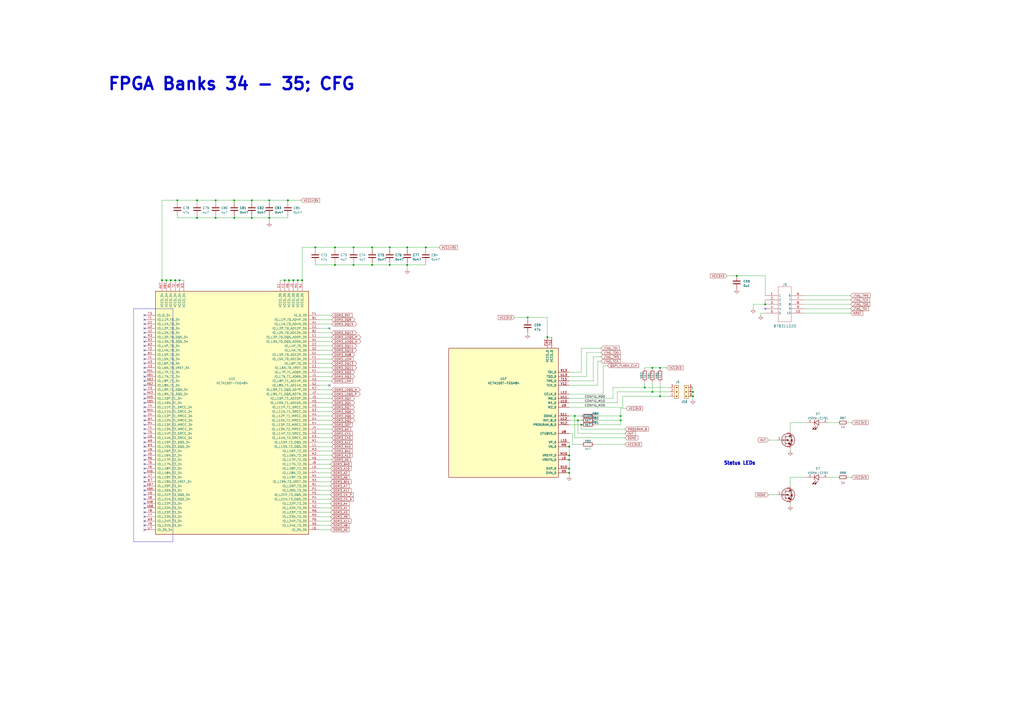
<source format=kicad_sch>
(kicad_sch (version 20230121) (generator eeschema)
  (paper "A2")
  (lib_symbols
    (symbol "2024-07-22_20-45-32:878311020" (pin_names (offset 0.254))
      (property "Reference" "J6" (at 11.43 6.35 0))
      (property "Value" "878311020" (at 11.43 -17.78 0))
      (symbol "878311020_0_1"
        (pin unspecified line (at 0 0 0) (length 7.62) (name "1") (number "1"))
        (pin unspecified line (at 22.86 -10.16 180) (length 7.62) (name "10") (number "10"))
        (pin unspecified line (at 0 -2.54 0) (length 7.62) (name "2") (number "2"))
        (pin unspecified line (at 0 -5.08 0) (length 7.62) (name "3") (number "3"))
        (pin unspecified line (at 0 -7.62 0) (length 7.62) (name "4") (number "4"))
        (pin unspecified line (at 0 -10.16 0) (length 7.62) (name "5") (number "5"))
        (pin unspecified line (at 22.86 0 180) (length 7.62) (name "6") (number "6"))
        (pin unspecified line (at 22.86 -2.54 180) (length 7.62) (name "7") (number "7"))
        (pin unspecified line (at 22.86 -5.08 180) (length 7.62) (name "8") (number "8"))
        (pin unspecified line (at 22.86 -7.62 180) (length 7.62) (name "9") (number "9"))
      )
    )
    (symbol "2N7002:2N7002" (pin_names (offset 0.254))
      (property "Reference" "MOSFET" (at 11.43 1.905 0))
      (property "Value" "2N7002" (at 11.43 -2.54 0))
      (symbol "2N7002_0_1"
        (pin unspecified line (at 0 0 0) (length 2.54) (name "G") (number "1"))
        (pin unspecified line (at 7.62 -5.08 90) (length 2.54) (name "S") (number "2"))
        (pin unspecified line (at 7.62 5.08 270) (length 2.54) (name "D") (number "3"))
      )
    )
    (symbol "Device:C" (pin_numbers hide) (pin_names (offset 0.254))
      (property "Reference" "C" (at 0.635 2.54 0))
      (property "Value" "C" (at 0.635 -2.54 0))
      (symbol "C_1_1"
        (pin passive line (at 0 3.81 270) (length 2.794) (name "~") (number "1"))
        (pin passive line (at 0 -3.81 90) (length 2.794) (name "~") (number "2"))
      )
    )
    (symbol "Device:R" (pin_numbers hide) (pin_names (offset 0))
      (property "Reference" "R" (at 2.032 0 90))
      (property "Value" "R" (at 0 0 90))
      (symbol "R_1_1"
        (pin passive line (at 0 3.81 270) (length 1.27) (name "~") (number "1"))
        (pin passive line (at 0 -3.81 90) (length 1.27) (name "~") (number "2"))
      )
    )
    (symbol "FPGA_Xilinx_Artix7:XC7A100T-FGG484" (pin_names (offset 1.016))
      (property "Reference" "U1" (at 0 16.51 0))
      (property "Value" "XC7A100T-FGG484" (at 0 13.97 0))
      (symbol "XC7A100T-FGG484_1_1"
        (pin bidirectional line (at -50.8 10.16 0) (length 6.35) (name "IO_L9P_T1_DQS_13") (number "AA10"))
        (pin bidirectional line (at -50.8 7.62 0) (length 6.35) (name "IO_L9N_T1_DQS_13") (number "AA11"))
        (pin bidirectional line (at -50.8 40.64 0) (length 6.35) (name "IO_L3P_T0_DQS_13") (number "AA13"))
        (pin bidirectional line (at -50.8 27.94 0) (length 6.35) (name "IO_L5N_T0_13") (number "AA14"))
        (pin bidirectional line (at -50.8 35.56 0) (length 6.35) (name "IO_L4P_T0_13") (number "AA15"))
        (pin bidirectional line (at -50.8 48.26 0) (length 6.35) (name "IO_L1N_T0_13") (number "AA16"))
        (pin power_in line (at -40.64 73.66 270) (length 6.35) (name "VCCO_13") (number "AA17"))
        (pin bidirectional line (at 50.8 -30.48 180) (length 6.35) (name "IO_L17P_T2_A14_D30_14") (number "AA18"))
        (pin bidirectional line (at 50.8 -20.32 180) (length 6.35) (name "IO_L15P_T2_DQS_RDWR_B_14") (number "AA19"))
        (pin bidirectional line (at 50.8 15.24 180) (length 6.35) (name "IO_L8P_T1_D11_14") (number "AA20"))
        (pin bidirectional line (at 50.8 12.7 180) (length 6.35) (name "IO_L8N_T1_D12_14") (number "AA21"))
        (pin bidirectional line (at -50.8 15.24 0) (length 6.35) (name "IO_L8P_T1_13") (number "AA9"))
        (pin bidirectional line (at -50.8 12.7 0) (length 6.35) (name "IO_L8N_T1_13") (number "AB10"))
        (pin bidirectional line (at -50.8 20.32 0) (length 6.35) (name "IO_L7P_T1_13") (number "AB11"))
        (pin bidirectional line (at -50.8 17.78 0) (length 6.35) (name "IO_L7N_T1_13") (number "AB12"))
        (pin bidirectional line (at -50.8 38.1 0) (length 6.35) (name "IO_L3N_T0_DQS_13") (number "AB13"))
        (pin power_in line (at -38.1 73.66 270) (length 6.35) (name "VCCO_13") (number "AB14"))
        (pin bidirectional line (at -50.8 33.02 0) (length 6.35) (name "IO_L4N_T0_13") (number "AB15"))
        (pin bidirectional line (at -50.8 45.72 0) (length 6.35) (name "IO_L2P_T0_13") (number "AB16"))
        (pin bidirectional line (at -50.8 43.18 0) (length 6.35) (name "IO_L2N_T0_13") (number "AB17"))
        (pin bidirectional line (at 50.8 -33.02 180) (length 6.35) (name "IO_L17N_T2_A13_D29_14") (number "AB18"))
        (pin bidirectional line (at 50.8 -22.86 180) (length 6.35) (name "IO_L15N_T2_DQS_DOUT_CSO_B_14") (number "AB20"))
        (pin bidirectional line (at 50.8 5.08 180) (length 6.35) (name "IO_L10P_T1_D14_14") (number "AB21"))
        (pin bidirectional line (at 50.8 2.54 180) (length 6.35) (name "IO_L10N_T1_D15_14") (number "AB22"))
        (pin power_in line (at 27.94 73.66 270) (length 6.35) (name "VCCO_14") (number "M14"))
        (pin bidirectional line (at 50.8 -60.96 180) (length 6.35) (name "IO_L23P_T3_A03_D19_14") (number "N13"))
        (pin bidirectional line (at 50.8 -63.5 180) (length 6.35) (name "IO_L23N_T3_A02_D18_14") (number "N14"))
        (pin bidirectional line (at 50.8 -71.12 180) (length 6.35) (name "IO_25_14") (number "N15"))
        (pin bidirectional line (at 50.8 -50.8 180) (length 6.35) (name "IO_L21P_T3_DQS_14") (number "N17"))
        (pin bidirectional line (at 50.8 -40.64 180) (length 6.35) (name "IO_L19P_T3_A10_D26_14") (number "P14"))
        (pin bidirectional line (at 50.8 -55.88 180) (length 6.35) (name "IO_L22P_T3_A05_D21_14") (number "P15"))
        (pin bidirectional line (at 50.8 -66.04 180) (length 6.35) (name "IO_L24P_T3_A01_D17_14") (number "P16"))
        (pin bidirectional line (at 50.8 -53.34 180) (length 6.35) (name "IO_L21N_T3_DQS_A06_D22_14") (number "P17"))
        (pin power_in line (at 30.48 73.66 270) (length 6.35) (name "VCCO_14") (number "P18"))
        (pin bidirectional line (at 50.8 30.48 180) (length 6.35) (name "IO_L5P_T0_D06_14") (number "P19"))
        (pin bidirectional line (at 50.8 53.34 180) (length 6.35) (name "IO_0_14") (number "P20"))
        (pin bidirectional line (at 50.8 45.72 180) (length 6.35) (name "IO_L2P_T0_D02_14") (number "P21"))
        (pin bidirectional line (at 50.8 50.8 180) (length 6.35) (name "IO_L1P_T0_D00_MOSI_14") (number "P22"))
        (pin bidirectional line (at 50.8 -43.18 180) (length 6.35) (name "IO_L19N_T3_A09_D25_VREF_14") (number "R14"))
        (pin power_in line (at 33.02 73.66 270) (length 6.35) (name "VCCO_14") (number "R15"))
        (pin bidirectional line (at 50.8 -58.42 180) (length 6.35) (name "IO_L22N_T3_A04_D20_14") (number "R16"))
        (pin bidirectional line (at 50.8 -68.58 180) (length 6.35) (name "IO_L24N_T3_A00_D16_14") (number "R17"))
        (pin bidirectional line (at 50.8 -45.72 180) (length 6.35) (name "IO_L20P_T3_A08_D24_14") (number "R18"))
        (pin bidirectional line (at 50.8 27.94 180) (length 6.35) (name "IO_L5N_T0_D07_14") (number "R19"))
        (pin bidirectional line (at 50.8 43.18 180) (length 6.35) (name "IO_L2N_T0_D03_14") (number "R21"))
        (pin bidirectional line (at 50.8 48.26 180) (length 6.35) (name "IO_L1N_T0_D01_DIN_14") (number "R22"))
        (pin bidirectional line (at -50.8 -20.32 0) (length 6.35) (name "IO_L15P_T2_DQS_13") (number "T14"))
        (pin bidirectional line (at -50.8 -22.86 0) (length 6.35) (name "IO_L15N_T2_DQS_13") (number "T15"))
        (pin bidirectional line (at -50.8 -30.48 0) (length 6.35) (name "IO_L17P_T2_13") (number "T16"))
        (pin bidirectional line (at 50.8 -48.26 180) (length 6.35) (name "IO_L20N_T3_A07_D23_14") (number "T18"))
        (pin bidirectional line (at 50.8 25.4 180) (length 6.35) (name "IO_L6P_T0_FCS_B_14") (number "T19"))
        (pin bidirectional line (at 50.8 22.86 180) (length 6.35) (name "IO_L6N_T0_D08_VREF_14") (number "T20"))
        (pin bidirectional line (at 50.8 35.56 180) (length 6.35) (name "IO_L4P_T0_D04_14") (number "T21"))
        (pin power_in line (at 35.56 73.66 270) (length 6.35) (name "VCCO_14") (number "T22"))
        (pin bidirectional line (at -50.8 -15.24 0) (length 6.35) (name "IO_L14P_T2_SRCC_13") (number "U15"))
        (pin bidirectional line (at -50.8 -33.02 0) (length 6.35) (name "IO_L17N_T2_13") (number "U16"))
        (pin bidirectional line (at 50.8 -35.56 180) (length 6.35) (name "IO_L18P_T2_A12_D28_14") (number "U17"))
        (pin bidirectional line (at 50.8 -38.1 180) (length 6.35) (name "IO_L18N_T2_A11_D27_14") (number "U18"))
        (pin power_in line (at 38.1 73.66 270) (length 6.35) (name "VCCO_14") (number "U19"))
        (pin bidirectional line (at 50.8 0 180) (length 6.35) (name "IO_L11P_T1_SRCC_14") (number "U20"))
        (pin bidirectional line (at 50.8 33.02 180) (length 6.35) (name "IO_L4N_T0_D05_14") (number "U21"))
        (pin bidirectional line (at 50.8 40.64 180) (length 6.35) (name "IO_L3P_T0_DQS_PUDC_B_14") (number "U22"))
        (pin bidirectional line (at -50.8 5.08 0) (length 6.35) (name "IO_L10P_T1_13") (number "V10"))
        (pin bidirectional line (at -50.8 -10.16 0) (length 6.35) (name "IO_L13P_T2_MRCC_13") (number "V13"))
        (pin bidirectional line (at -50.8 -12.7 0) (length 6.35) (name "IO_L13N_T2_MRCC_13") (number "V14"))
        (pin bidirectional line (at -50.8 -17.78 0) (length 6.35) (name "IO_L14N_T2_SRCC_13") (number "V15"))
        (pin power_in line (at -35.56 73.66 270) (length 6.35) (name "VCCO_13") (number "V16"))
        (pin bidirectional line (at 50.8 -25.4 180) (length 6.35) (name "IO_L16P_T2_CSI_B_14") (number "V17"))
        (pin bidirectional line (at 50.8 -15.24 180) (length 6.35) (name "IO_L14P_T2_SRCC_14") (number "V18"))
        (pin bidirectional line (at 50.8 -17.78 180) (length 6.35) (name "IO_L14N_T2_SRCC_14") (number "V19"))
        (pin bidirectional line (at 50.8 -2.54 180) (length 6.35) (name "IO_L11N_T1_SRCC_14") (number "V20"))
        (pin bidirectional line (at 50.8 38.1 180) (length 6.35) (name "IO_L3N_T0_DQS_EMCCLK_14") (number "V22"))
        (pin bidirectional line (at -50.8 2.54 0) (length 6.35) (name "IO_L10N_T1_13") (number "W10"))
        (pin bidirectional line (at -50.8 -5.08 0) (length 6.35) (name "IO_L12P_T1_MRCC_13") (number "W11"))
        (pin bidirectional line (at -50.8 -7.62 0) (length 6.35) (name "IO_L12N_T1_MRCC_13") (number "W12"))
        (pin power_in line (at -33.02 73.66 270) (length 6.35) (name "VCCO_13") (number "W13"))
        (pin bidirectional line (at -50.8 25.4 0) (length 6.35) (name "IO_L6P_T0_13") (number "W14"))
        (pin bidirectional line (at -50.8 -25.4 0) (length 6.35) (name "IO_L16P_T2_13") (number "W15"))
        (pin bidirectional line (at -50.8 -27.94 0) (length 6.35) (name "IO_L16N_T2_13") (number "W16"))
        (pin bidirectional line (at 50.8 -27.94 180) (length 6.35) (name "IO_L16N_T2_A15_D31_14") (number "W17"))
        (pin bidirectional line (at 50.8 -5.08 180) (length 6.35) (name "IO_L12P_T1_MRCC_14") (number "W19"))
        (pin bidirectional line (at 50.8 -7.62 180) (length 6.35) (name "IO_L12N_T1_MRCC_14") (number "W20"))
        (pin bidirectional line (at 50.8 20.32 180) (length 6.35) (name "IO_L7P_T1_D09_14") (number "W21"))
        (pin bidirectional line (at 50.8 17.78 180) (length 6.35) (name "IO_L7N_T1_D10_14") (number "W22"))
        (pin power_in line (at -30.48 73.66 270) (length 6.35) (name "VCCO_13") (number "Y10"))
        (pin bidirectional line (at -50.8 0 0) (length 6.35) (name "IO_L11P_T1_SRCC_13") (number "Y11"))
        (pin bidirectional line (at -50.8 -2.54 0) (length 6.35) (name "IO_L11N_T1_SRCC_13") (number "Y12"))
        (pin bidirectional line (at -50.8 30.48 0) (length 6.35) (name "IO_L5P_T0_13") (number "Y13"))
        (pin bidirectional line (at -50.8 22.86 0) (length 6.35) (name "IO_L6N_T0_VREF_13") (number "Y14"))
        (pin bidirectional line (at -50.8 50.8 0) (length 6.35) (name "IO_L1P_T0_13") (number "Y16"))
        (pin bidirectional line (at -50.8 53.34 0) (length 6.35) (name "IO_0_13") (number "Y17"))
        (pin bidirectional line (at 50.8 -10.16 180) (length 6.35) (name "IO_L13P_T2_MRCC_14") (number "Y18"))
        (pin bidirectional line (at 50.8 -12.7 180) (length 6.35) (name "IO_L13N_T2_MRCC_14") (number "Y19"))
        (pin power_in line (at 40.64 73.66 270) (length 6.35) (name "VCCO_14") (number "Y20"))
        (pin bidirectional line (at 50.8 10.16 180) (length 6.35) (name "IO_L9P_T1_DQS_14") (number "Y21"))
        (pin bidirectional line (at 50.8 7.62 180) (length 6.35) (name "IO_L9N_T1_DQS_D13_14") (number "Y22"))
      )
      (symbol "XC7A100T-FGG484_2_1"
        (pin bidirectional line (at 50.8 5.08 180) (length 6.35) (name "IO_L10P_T1_16") (number "A13"))
        (pin bidirectional line (at 50.8 2.54 180) (length 6.35) (name "IO_L10N_T1_16") (number "A14"))
        (pin bidirectional line (at 50.8 10.16 180) (length 6.35) (name "IO_L9P_T1_DQS_16") (number "A15"))
        (pin bidirectional line (at 50.8 7.62 180) (length 6.35) (name "IO_L9N_T1_DQS_16") (number "A16"))
        (pin power_in line (at 27.94 73.66 270) (length 6.35) (name "VCCO_16") (number "A17"))
        (pin bidirectional line (at 50.8 -30.48 180) (length 6.35) (name "IO_L17P_T2_16") (number "A18"))
        (pin bidirectional line (at 50.8 -33.02 180) (length 6.35) (name "IO_L17N_T2_16") (number "A19"))
        (pin bidirectional line (at 50.8 -27.94 180) (length 6.35) (name "IO_L16N_T2_16") (number "A20"))
        (pin bidirectional line (at 50.8 -53.34 180) (length 6.35) (name "IO_L21N_T3_DQS_16") (number "A21"))
        (pin bidirectional line (at 50.8 12.7 180) (length 6.35) (name "IO_L8N_T1_16") (number "B13"))
        (pin power_in line (at 30.48 73.66 270) (length 6.35) (name "VCCO_16") (number "B14"))
        (pin bidirectional line (at 50.8 20.32 180) (length 6.35) (name "IO_L7P_T1_16") (number "B15"))
        (pin bidirectional line (at 50.8 17.78 180) (length 6.35) (name "IO_L7N_T1_16") (number "B16"))
        (pin bidirectional line (at 50.8 0 180) (length 6.35) (name "IO_L11P_T1_SRCC_16") (number "B17"))
        (pin bidirectional line (at 50.8 -2.54 180) (length 6.35) (name "IO_L11N_T1_SRCC_16") (number "B18"))
        (pin bidirectional line (at 50.8 -25.4 180) (length 6.35) (name "IO_L16P_T2_16") (number "B20"))
        (pin bidirectional line (at 50.8 -50.8 180) (length 6.35) (name "IO_L21P_T3_DQS_16") (number "B21"))
        (pin bidirectional line (at 50.8 -48.26 180) (length 6.35) (name "IO_L20N_T3_16") (number "B22"))
        (pin bidirectional line (at 50.8 15.24 180) (length 6.35) (name "IO_L8P_T1_16") (number "C13"))
        (pin bidirectional line (at 50.8 40.64 180) (length 6.35) (name "IO_L3P_T0_DQS_16") (number "C14"))
        (pin bidirectional line (at 50.8 38.1 180) (length 6.35) (name "IO_L3N_T0_DQS_16") (number "C15"))
        (pin bidirectional line (at 50.8 -7.62 180) (length 6.35) (name "IO_L12N_T1_MRCC_16") (number "C17"))
        (pin bidirectional line (at 50.8 -10.16 180) (length 6.35) (name "IO_L13P_T2_MRCC_16") (number "C18"))
        (pin bidirectional line (at 50.8 -12.7 180) (length 6.35) (name "IO_L13N_T2_MRCC_16") (number "C19"))
        (pin bidirectional line (at 50.8 -43.18 180) (length 6.35) (name "IO_L19N_T3_VREF_16") (number "C20"))
        (pin power_in line (at 33.02 73.66 270) (length 6.35) (name "VCCO_16") (number "C21"))
        (pin bidirectional line (at 50.8 -45.72 180) (length 6.35) (name "IO_L20P_T3_16") (number "C22"))
        (pin bidirectional line (at 50.8 25.4 180) (length 6.35) (name "IO_L6P_T0_16") (number "D14"))
        (pin bidirectional line (at 50.8 22.86 180) (length 6.35) (name "IO_L6N_T0_VREF_16") (number "D15"))
        (pin bidirectional line (at 50.8 27.94 180) (length 6.35) (name "IO_L5N_T0_16") (number "D16"))
        (pin bidirectional line (at 50.8 -5.08 180) (length 6.35) (name "IO_L12P_T1_MRCC_16") (number "D17"))
        (pin power_in line (at 35.56 73.66 270) (length 6.35) (name "VCCO_16") (number "D18"))
        (pin bidirectional line (at 50.8 -17.78 180) (length 6.35) (name "IO_L14N_T2_SRCC_16") (number "D19"))
        (pin bidirectional line (at 50.8 -40.64 180) (length 6.35) (name "IO_L19P_T3_16") (number "D20"))
        (pin bidirectional line (at 50.8 -63.5 180) (length 6.35) (name "IO_L23N_T3_16") (number "D21"))
        (pin bidirectional line (at 50.8 -58.42 180) (length 6.35) (name "IO_L22N_T3_16") (number "D22"))
        (pin bidirectional line (at 50.8 35.56 180) (length 6.35) (name "IO_L4P_T0_16") (number "E13"))
        (pin bidirectional line (at 50.8 33.02 180) (length 6.35) (name "IO_L4N_T0_16") (number "E14"))
        (pin power_in line (at 38.1 73.66 270) (length 6.35) (name "VCCO_16") (number "E15"))
        (pin bidirectional line (at 50.8 30.48 180) (length 6.35) (name "IO_L5P_T0_16") (number "E16"))
        (pin bidirectional line (at 50.8 43.18 180) (length 6.35) (name "IO_L2N_T0_16") (number "E17"))
        (pin bidirectional line (at 50.8 -22.86 180) (length 6.35) (name "IO_L15N_T2_DQS_16") (number "E18"))
        (pin bidirectional line (at 50.8 -15.24 180) (length 6.35) (name "IO_L14P_T2_SRCC_16") (number "E19"))
        (pin bidirectional line (at 50.8 -60.96 180) (length 6.35) (name "IO_L23P_T3_16") (number "E21"))
        (pin bidirectional line (at 50.8 -55.88 180) (length 6.35) (name "IO_L22P_T3_16") (number "E22"))
        (pin bidirectional line (at 50.8 50.8 180) (length 6.35) (name "IO_L1P_T0_16") (number "F13"))
        (pin bidirectional line (at 50.8 48.26 180) (length 6.35) (name "IO_L1N_T0_16") (number "F14"))
        (pin bidirectional line (at 50.8 53.34 180) (length 6.35) (name "IO_0_16") (number "F15"))
        (pin bidirectional line (at 50.8 45.72 180) (length 6.35) (name "IO_L2P_T0_16") (number "F16"))
        (pin bidirectional line (at 50.8 -20.32 180) (length 6.35) (name "IO_L15P_T2_DQS_16") (number "F18"))
        (pin bidirectional line (at 50.8 -35.56 180) (length 6.35) (name "IO_L18P_T2_16") (number "F19"))
        (pin bidirectional line (at 50.8 -38.1 180) (length 6.35) (name "IO_L18N_T2_16") (number "F20"))
        (pin bidirectional line (at 50.8 -71.12 180) (length 6.35) (name "IO_25_16") (number "F21"))
        (pin power_in line (at 40.64 73.66 270) (length 6.35) (name "VCCO_16") (number "F22"))
        (pin bidirectional line (at -50.8 48.26 0) (length 6.35) (name "IO_L1N_T0_AD0N_15") (number "G13"))
        (pin bidirectional line (at -50.8 45.72 0) (length 6.35) (name "IO_L2P_T0_AD8P_15") (number "G15"))
        (pin bidirectional line (at -50.8 43.18 0) (length 6.35) (name "IO_L2N_T0_AD8N_15") (number "G16"))
        (pin bidirectional line (at -50.8 35.56 0) (length 6.35) (name "IO_L4P_T0_15") (number "G17"))
        (pin bidirectional line (at -50.8 33.02 0) (length 6.35) (name "IO_L4N_T0_15") (number "G18"))
        (pin power_in line (at -40.64 73.66 270) (length 6.35) (name "VCCO_15") (number "G19"))
        (pin bidirectional line (at -50.8 12.7 0) (length 6.35) (name "IO_L8N_T1_AD10N_15") (number "G20"))
        (pin bidirectional line (at 50.8 -66.04 180) (length 6.35) (name "IO_L24P_T3_16") (number "G21"))
        (pin bidirectional line (at 50.8 -68.58 180) (length 6.35) (name "IO_L24N_T3_16") (number "G22"))
        (pin bidirectional line (at -50.8 50.8 0) (length 6.35) (name "IO_L1P_T0_AD0P_15") (number "H13"))
        (pin bidirectional line (at -50.8 38.1 0) (length 6.35) (name "IO_L3N_T0_DQS_AD1N_15") (number "H14"))
        (pin bidirectional line (at -50.8 27.94 0) (length 6.35) (name "IO_L5N_T0_AD9N_15") (number "H15"))
        (pin power_in line (at -38.1 73.66 270) (length 6.35) (name "VCCO_15") (number "H16"))
        (pin bidirectional line (at -50.8 25.4 0) (length 6.35) (name "IO_L6P_T0_15") (number "H17"))
        (pin bidirectional line (at -50.8 22.86 0) (length 6.35) (name "IO_L6N_T0_VREF_15") (number "H18"))
        (pin bidirectional line (at -50.8 -7.62 0) (length 6.35) (name "IO_L12N_T1_MRCC_15") (number "H19"))
        (pin bidirectional line (at -50.8 15.24 0) (length 6.35) (name "IO_L8P_T1_AD10P_15") (number "H20"))
        (pin bidirectional line (at -50.8 17.78 0) (length 6.35) (name "IO_L7N_T1_AD2N_15") (number "H22"))
        (pin power_in line (at -35.56 73.66 270) (length 6.35) (name "VCCO_15") (number "J13"))
        (pin bidirectional line (at -50.8 40.64 0) (length 6.35) (name "IO_L3P_T0_DQS_AD1P_15") (number "J14"))
        (pin bidirectional line (at -50.8 30.48 0) (length 6.35) (name "IO_L5P_T0_AD9P_15") (number "J15"))
        (pin bidirectional line (at -50.8 53.34 0) (length 6.35) (name "IO_0_15") (number "J16"))
        (pin bidirectional line (at -50.8 -53.34 0) (length 6.35) (name "IO_L21N_T3_DQS_A18_15") (number "J17"))
        (pin bidirectional line (at -50.8 -5.08 0) (length 6.35) (name "IO_L12P_T1_MRCC_15") (number "J19"))
        (pin bidirectional line (at -50.8 0 0) (length 6.35) (name "IO_L11P_T1_SRCC_15") (number "J20"))
        (pin bidirectional line (at -50.8 -2.54 0) (length 6.35) (name "IO_L11N_T1_SRCC_15") (number "J21"))
        (pin bidirectional line (at -50.8 20.32 0) (length 6.35) (name "IO_L7P_T1_AD2P_15") (number "J22"))
        (pin bidirectional line (at -50.8 -40.64 0) (length 6.35) (name "IO_L19P_T3_A22_15") (number "K13"))
        (pin bidirectional line (at -50.8 -43.18 0) (length 6.35) (name "IO_L19N_T3_A21_VREF_15") (number "K14"))
        (pin bidirectional line (at -50.8 -63.5 0) (length 6.35) (name "IO_L23N_T3_FWE_B_15") (number "K16"))
        (pin bidirectional line (at -50.8 -50.8 0) (length 6.35) (name "IO_L21P_T3_DQS_15") (number "K17"))
        (pin bidirectional line (at -50.8 -10.16 0) (length 6.35) (name "IO_L13P_T2_MRCC_15") (number "K18"))
        (pin bidirectional line (at -50.8 -12.7 0) (length 6.35) (name "IO_L13N_T2_MRCC_15") (number "K19"))
        (pin power_in line (at -33.02 73.66 270) (length 6.35) (name "VCCO_15") (number "K20"))
        (pin bidirectional line (at -50.8 10.16 0) (length 6.35) (name "IO_L9P_T1_DQS_AD3P_15") (number "K21"))
        (pin bidirectional line (at -50.8 7.62 0) (length 6.35) (name "IO_L9N_T1_DQS_AD3N_15") (number "K22"))
        (pin bidirectional line (at -50.8 -48.26 0) (length 6.35) (name "IO_L20N_T3_A19_15") (number "L13"))
        (pin bidirectional line (at -50.8 -55.88 0) (length 6.35) (name "IO_L22P_T3_A17_15") (number "L14"))
        (pin bidirectional line (at -50.8 -58.42 0) (length 6.35) (name "IO_L22N_T3_A16_15") (number "L15"))
        (pin bidirectional line (at -50.8 -60.96 0) (length 6.35) (name "IO_L23P_T3_FOE_B_15") (number "L16"))
        (pin power_in line (at -30.48 73.66 270) (length 6.35) (name "VCCO_15") (number "L17"))
        (pin bidirectional line (at -50.8 -27.94 0) (length 6.35) (name "IO_L16N_T2_A27_15") (number "L18"))
        (pin bidirectional line (at -50.8 -15.24 0) (length 6.35) (name "IO_L14P_T2_SRCC_15") (number "L19"))
        (pin bidirectional line (at -50.8 -17.78 0) (length 6.35) (name "IO_L14N_T2_SRCC_15") (number "L20"))
        (pin bidirectional line (at -50.8 2.54 0) (length 6.35) (name "IO_L10N_T1_AD11N_15") (number "L21"))
        (pin bidirectional line (at -50.8 -45.72 0) (length 6.35) (name "IO_L20P_T3_A20_15") (number "M13"))
        (pin bidirectional line (at -50.8 -66.04 0) (length 6.35) (name "IO_L24P_T3_RS1_15") (number "M15"))
        (pin bidirectional line (at -50.8 -68.58 0) (length 6.35) (name "IO_L24N_T3_RS0_15") (number "M16"))
        (pin bidirectional line (at -50.8 -71.12 0) (length 6.35) (name "IO_25_15") (number "M17"))
        (pin bidirectional line (at -50.8 -25.4 0) (length 6.35) (name "IO_L16P_T2_A28_15") (number "M18"))
        (pin bidirectional line (at -50.8 -38.1 0) (length 6.35) (name "IO_L18N_T2_A23_15") (number "M20"))
        (pin bidirectional line (at -50.8 5.08 0) (length 6.35) (name "IO_L10P_T1_AD11P_15") (number "M21"))
        (pin bidirectional line (at -50.8 -22.86 0) (length 6.35) (name "IO_L15N_T2_DQS_ADV_B_15") (number "M22"))
        (pin bidirectional line (at -50.8 -30.48 0) (length 6.35) (name "IO_L17P_T2_A26_15") (number "N18"))
        (pin bidirectional line (at -50.8 -33.02 0) (length 6.35) (name "IO_L17N_T2_A25_15") (number "N19"))
        (pin bidirectional line (at -50.8 -35.56 0) (length 6.35) (name "IO_L18P_T2_A24_15") (number "N20"))
        (pin power_in line (at -27.94 73.66 270) (length 6.35) (name "VCCO_15") (number "N21"))
        (pin bidirectional line (at -50.8 -20.32 0) (length 6.35) (name "IO_L15P_T2_DQS_15") (number "N22"))
      )
      (symbol "XC7A100T-FGG484_3_1"
        (pin bidirectional line (at 50.8 48.26 180) (length 6.35) (name "IO_L1N_T0_AD4N_35") (number "A1"))
        (pin bidirectional line (at -50.8 20.32 0) (length 6.35) (name "IO_L7P_T1_34") (number "AA1"))
        (pin bidirectional line (at -50.8 7.62 0) (length 6.35) (name "IO_L9N_T1_DQS_34") (number "AA3"))
        (pin bidirectional line (at -50.8 -2.54 0) (length 6.35) (name "IO_L11N_T1_SRCC_34") (number "AA4"))
        (pin bidirectional line (at -50.8 5.08 0) (length 6.35) (name "IO_L10P_T1_34") (number "AA5"))
        (pin bidirectional line (at -50.8 -38.1 0) (length 6.35) (name "IO_L18N_T2_34") (number "AA6"))
        (pin power_in line (at -40.64 73.66 270) (length 6.35) (name "VCCO_34") (number "AA7"))
        (pin bidirectional line (at -50.8 -55.88 0) (length 6.35) (name "IO_L22P_T3_34") (number "AA8"))
        (pin bidirectional line (at -50.8 17.78 0) (length 6.35) (name "IO_L7N_T1_34") (number "AB1"))
        (pin bidirectional line (at -50.8 12.7 0) (length 6.35) (name "IO_L8N_T1_34") (number "AB2"))
        (pin bidirectional line (at -50.8 15.24 0) (length 6.35) (name "IO_L8P_T1_34") (number "AB3"))
        (pin power_in line (at -38.1 73.66 270) (length 6.35) (name "VCCO_34") (number "AB4"))
        (pin bidirectional line (at -50.8 2.54 0) (length 6.35) (name "IO_L10N_T1_34") (number "AB5"))
        (pin bidirectional line (at -50.8 -48.26 0) (length 6.35) (name "IO_L20N_T3_34") (number "AB6"))
        (pin bidirectional line (at -50.8 -45.72 0) (length 6.35) (name "IO_L20P_T3_34") (number "AB7"))
        (pin bidirectional line (at -50.8 -58.42 0) (length 6.35) (name "IO_L22N_T3_34") (number "AB8"))
        (pin bidirectional line (at 50.8 50.8 180) (length 6.35) (name "IO_L1P_T0_AD4P_35") (number "B1"))
        (pin bidirectional line (at 50.8 43.18 180) (length 6.35) (name "IO_L2N_T0_AD12N_35") (number "B2"))
        (pin power_in line (at 27.94 73.66 270) (length 6.35) (name "VCCO_35") (number "C1"))
        (pin bidirectional line (at 50.8 45.72 180) (length 6.35) (name "IO_L2P_T0_AD12P_35") (number "C2"))
        (pin bidirectional line (at 50.8 38.1 180) (length 6.35) (name "IO_L3N_T0_DQS_AD5N_35") (number "D1"))
        (pin bidirectional line (at 50.8 33.02 180) (length 6.35) (name "IO_L4N_T0_35") (number "D2"))
        (pin bidirectional line (at 50.8 40.64 180) (length 6.35) (name "IO_L3P_T0_DQS_AD5P_35") (number "E1"))
        (pin bidirectional line (at 50.8 35.56 180) (length 6.35) (name "IO_L4P_T0_35") (number "E2"))
        (pin bidirectional line (at 50.8 22.86 180) (length 6.35) (name "IO_L6N_T0_VREF_35") (number "E3"))
        (pin bidirectional line (at 50.8 27.94 180) (length 6.35) (name "IO_L5N_T0_AD13N_35") (number "F1"))
        (pin power_in line (at 30.48 73.66 270) (length 6.35) (name "VCCO_35") (number "F2"))
        (pin bidirectional line (at 50.8 25.4 180) (length 6.35) (name "IO_L6P_T0_35") (number "F3"))
        (pin bidirectional line (at 50.8 53.34 180) (length 6.35) (name "IO_0_35") (number "F4"))
        (pin bidirectional line (at 50.8 30.48 180) (length 6.35) (name "IO_L5P_T0_AD13P_35") (number "G1"))
        (pin bidirectional line (at 50.8 12.7 180) (length 6.35) (name "IO_L8N_T1_AD14N_35") (number "G2"))
        (pin bidirectional line (at 50.8 -2.54 180) (length 6.35) (name "IO_L11N_T1_SRCC_35") (number "G3"))
        (pin bidirectional line (at 50.8 -7.62 180) (length 6.35) (name "IO_L12N_T1_MRCC_35") (number "G4"))
        (pin bidirectional line (at 50.8 15.24 180) (length 6.35) (name "IO_L8P_T1_AD14P_35") (number "H2"))
        (pin bidirectional line (at 50.8 0 180) (length 6.35) (name "IO_L11P_T1_SRCC_35") (number "H3"))
        (pin bidirectional line (at 50.8 -5.08 180) (length 6.35) (name "IO_L12P_T1_MRCC_35") (number "H4"))
        (pin bidirectional line (at 50.8 2.54 180) (length 6.35) (name "IO_L10N_T1_AD15N_35") (number "H5"))
        (pin power_in line (at 33.02 73.66 270) (length 6.35) (name "VCCO_35") (number "H6"))
        (pin bidirectional line (at 50.8 17.78 180) (length 6.35) (name "IO_L7N_T1_AD6N_35") (number "J1"))
        (pin bidirectional line (at 50.8 7.62 180) (length 6.35) (name "IO_L9N_T1_DQS_AD7N_35") (number "J2"))
        (pin power_in line (at 35.56 73.66 270) (length 6.35) (name "VCCO_35") (number "J3"))
        (pin bidirectional line (at 50.8 -12.7 180) (length 6.35) (name "IO_L13N_T2_MRCC_35") (number "J4"))
        (pin bidirectional line (at 50.8 5.08 180) (length 6.35) (name "IO_L10P_T1_AD15P_35") (number "J5"))
        (pin bidirectional line (at 50.8 -33.02 180) (length 6.35) (name "IO_L17N_T2_35") (number "J6"))
        (pin bidirectional line (at 50.8 20.32 180) (length 6.35) (name "IO_L7P_T1_AD6P_35") (number "K1"))
        (pin bidirectional line (at 50.8 10.16 180) (length 6.35) (name "IO_L9P_T1_DQS_AD7P_35") (number "K2"))
        (pin bidirectional line (at 50.8 -17.78 180) (length 6.35) (name "IO_L14N_T2_SRCC_35") (number "K3"))
        (pin bidirectional line (at 50.8 -10.16 180) (length 6.35) (name "IO_L13P_T2_MRCC_35") (number "K4"))
        (pin bidirectional line (at 50.8 -30.48 180) (length 6.35) (name "IO_L17P_T2_35") (number "K6"))
        (pin bidirectional line (at 50.8 -22.86 180) (length 6.35) (name "IO_L15N_T2_DQS_35") (number "L1"))
        (pin bidirectional line (at 50.8 -15.24 180) (length 6.35) (name "IO_L14P_T2_SRCC_35") (number "L3"))
        (pin bidirectional line (at 50.8 -38.1 180) (length 6.35) (name "IO_L18N_T2_35") (number "L4"))
        (pin bidirectional line (at 50.8 -35.56 180) (length 6.35) (name "IO_L18P_T2_35") (number "L5"))
        (pin bidirectional line (at 50.8 -71.12 180) (length 6.35) (name "IO_25_35") (number "L6"))
        (pin bidirectional line (at 50.8 -20.32 180) (length 6.35) (name "IO_L15P_T2_DQS_35") (number "M1"))
        (pin bidirectional line (at 50.8 -27.94 180) (length 6.35) (name "IO_L16N_T2_35") (number "M2"))
        (pin bidirectional line (at 50.8 -25.4 180) (length 6.35) (name "IO_L16P_T2_35") (number "M3"))
        (pin power_in line (at 38.1 73.66 270) (length 6.35) (name "VCCO_35") (number "M4"))
        (pin bidirectional line (at 50.8 -63.5 180) (length 6.35) (name "IO_L23N_T3_35") (number "M5"))
        (pin bidirectional line (at 50.8 -60.96 180) (length 6.35) (name "IO_L23P_T3_35") (number "M6"))
        (pin power_in line (at 40.64 73.66 270) (length 6.35) (name "VCCO_35") (number "N1"))
        (pin bidirectional line (at 50.8 -58.42 180) (length 6.35) (name "IO_L22N_T3_35") (number "N2"))
        (pin bidirectional line (at 50.8 -43.18 180) (length 6.35) (name "IO_L19N_T3_VREF_35") (number "N3"))
        (pin bidirectional line (at 50.8 -40.64 180) (length 6.35) (name "IO_L19P_T3_35") (number "N4"))
        (pin bidirectional line (at 50.8 -68.58 180) (length 6.35) (name "IO_L24N_T3_35") (number "N5"))
        (pin bidirectional line (at 50.8 -48.26 180) (length 6.35) (name "IO_L20N_T3_35") (number "P1"))
        (pin bidirectional line (at 50.8 -55.88 180) (length 6.35) (name "IO_L22P_T3_35") (number "P2"))
        (pin bidirectional line (at 50.8 -53.34 180) (length 6.35) (name "IO_L21N_T3_DQS_35") (number "P4"))
        (pin bidirectional line (at 50.8 -50.8 180) (length 6.35) (name "IO_L21P_T3_DQS_35") (number "P5"))
        (pin bidirectional line (at 50.8 -66.04 180) (length 6.35) (name "IO_L24P_T3_35") (number "P6"))
        (pin bidirectional line (at 50.8 -45.72 180) (length 6.35) (name "IO_L20P_T3_35") (number "R1"))
        (pin bidirectional line (at -50.8 38.1 0) (length 6.35) (name "IO_L3N_T0_DQS_34") (number "R2"))
        (pin bidirectional line (at -50.8 40.64 0) (length 6.35) (name "IO_L3P_T0_DQS_34") (number "R3"))
        (pin bidirectional line (at -50.8 -10.16 0) (length 6.35) (name "IO_L13P_T2_MRCC_34") (number "R4"))
        (pin power_in line (at -35.56 73.66 270) (length 6.35) (name "VCCO_34") (number "R5"))
        (pin bidirectional line (at -50.8 -30.48 0) (length 6.35) (name "IO_L17P_T2_34") (number "R6"))
        (pin bidirectional line (at -50.8 50.8 0) (length 6.35) (name "IO_L1P_T0_34") (number "T1"))
        (pin power_in line (at -33.02 73.66 270) (length 6.35) (name "VCCO_34") (number "T2"))
        (pin bidirectional line (at -50.8 53.34 0) (length 6.35) (name "IO_0_34") (number "T3"))
        (pin bidirectional line (at -50.8 -12.7 0) (length 6.35) (name "IO_L13N_T2_MRCC_34") (number "T4"))
        (pin bidirectional line (at -50.8 -15.24 0) (length 6.35) (name "IO_L14P_T2_SRCC_34") (number "T5"))
        (pin bidirectional line (at -50.8 -33.02 0) (length 6.35) (name "IO_L17N_T2_34") (number "T6"))
        (pin bidirectional line (at -50.8 48.26 0) (length 6.35) (name "IO_L1N_T0_34") (number "U1"))
        (pin bidirectional line (at -50.8 45.72 0) (length 6.35) (name "IO_L2P_T0_34") (number "U2"))
        (pin bidirectional line (at -50.8 25.4 0) (length 6.35) (name "IO_L6P_T0_34") (number "U3"))
        (pin bidirectional line (at -50.8 -17.78 0) (length 6.35) (name "IO_L14N_T2_SRCC_34") (number "U5"))
        (pin bidirectional line (at -50.8 -25.4 0) (length 6.35) (name "IO_L16P_T2_34") (number "U6"))
        (pin bidirectional line (at -50.8 -71.12 0) (length 6.35) (name "IO_25_34") (number "U7"))
        (pin bidirectional line (at -50.8 43.18 0) (length 6.35) (name "IO_L2N_T0_34") (number "V2"))
        (pin bidirectional line (at -50.8 22.86 0) (length 6.35) (name "IO_L6N_T0_VREF_34") (number "V3"))
        (pin bidirectional line (at -50.8 -5.08 0) (length 6.35) (name "IO_L12P_T1_MRCC_34") (number "V4"))
        (pin bidirectional line (at -50.8 -27.94 0) (length 6.35) (name "IO_L16N_T2_34") (number "V5"))
        (pin power_in line (at -30.48 73.66 270) (length 6.35) (name "VCCO_34") (number "V6"))
        (pin bidirectional line (at -50.8 -40.64 0) (length 6.35) (name "IO_L19P_T3_34") (number "V7"))
        (pin bidirectional line (at -50.8 -53.34 0) (length 6.35) (name "IO_L21N_T3_DQS_34") (number "V8"))
        (pin bidirectional line (at -50.8 -50.8 0) (length 6.35) (name "IO_L21P_T3_DQS_34") (number "V9"))
        (pin bidirectional line (at -50.8 30.48 0) (length 6.35) (name "IO_L5P_T0_34") (number "W1"))
        (pin bidirectional line (at -50.8 35.56 0) (length 6.35) (name "IO_L4P_T0_34") (number "W2"))
        (pin power_in line (at -27.94 73.66 270) (length 6.35) (name "VCCO_34") (number "W3"))
        (pin bidirectional line (at -50.8 -7.62 0) (length 6.35) (name "IO_L12N_T1_MRCC_34") (number "W4"))
        (pin bidirectional line (at -50.8 -22.86 0) (length 6.35) (name "IO_L15N_T2_DQS_34") (number "W5"))
        (pin bidirectional line (at -50.8 -20.32 0) (length 6.35) (name "IO_L15P_T2_DQS_34") (number "W6"))
        (pin bidirectional line (at -50.8 -43.18 0) (length 6.35) (name "IO_L19N_T3_VREF_34") (number "W7"))
        (pin bidirectional line (at -50.8 -66.04 0) (length 6.35) (name "IO_L24P_T3_34") (number "W9"))
        (pin bidirectional line (at -50.8 27.94 0) (length 6.35) (name "IO_L5N_T0_34") (number "Y1"))
        (pin bidirectional line (at -50.8 33.02 0) (length 6.35) (name "IO_L4N_T0_34") (number "Y2"))
        (pin bidirectional line (at -50.8 10.16 0) (length 6.35) (name "IO_L9P_T1_DQS_34") (number "Y3"))
        (pin bidirectional line (at -50.8 0 0) (length 6.35) (name "IO_L11P_T1_SRCC_34") (number "Y4"))
        (pin bidirectional line (at -50.8 -35.56 0) (length 6.35) (name "IO_L18P_T2_34") (number "Y6"))
        (pin bidirectional line (at -50.8 -63.5 0) (length 6.35) (name "IO_L23N_T3_34") (number "Y7"))
        (pin bidirectional line (at -50.8 -60.96 0) (length 6.35) (name "IO_L23P_T3_34") (number "Y8"))
        (pin bidirectional line (at -50.8 -68.58 0) (length 6.35) (name "IO_L24N_T3_34") (number "Y9"))
      )
      (symbol "XC7A100T-FGG484_4_1"
        (pin bidirectional line (at -38.1 -7.62 0) (length 6.35) (name "MGTPRXN2_216") (number "A10"))
        (pin bidirectional line (at -38.1 25.4 0) (length 6.35) (name "MGTPTXN0_216") (number "A4"))
        (pin bidirectional line (at -38.1 15.24 0) (length 6.35) (name "MGTPTXN2_216") (number "A6"))
        (pin bidirectional line (at -38.1 2.54 0) (length 6.35) (name "MGTPRXN0_216") (number "A8"))
        (pin bidirectional line (at -38.1 -5.08 0) (length 6.35) (name "MGTPRXP2_216") (number "B10"))
        (pin bidirectional line (at -38.1 27.94 0) (length 6.35) (name "MGTPTXP0_216") (number "B4"))
        (pin bidirectional line (at -38.1 17.78 0) (length 6.35) (name "MGTPTXP2_216") (number "B6"))
        (pin bidirectional line (at -38.1 5.08 0) (length 6.35) (name "MGTPRXP0_216") (number "B8"))
        (pin bidirectional line (at -38.1 -2.54 0) (length 6.35) (name "MGTPRXN1_216") (number "C11"))
        (pin bidirectional line (at -38.1 20.32 0) (length 6.35) (name "MGTPTXN1_216") (number "C5"))
        (pin bidirectional line (at -38.1 10.16 0) (length 6.35) (name "MGTPTXN3_216") (number "C7"))
        (pin bidirectional line (at -38.1 -12.7 0) (length 6.35) (name "MGTPRXN3_216") (number "C9"))
        (pin bidirectional line (at -38.1 0 0) (length 6.35) (name "MGTPRXP1_216") (number "D11"))
        (pin bidirectional line (at -38.1 22.86 0) (length 6.35) (name "MGTPTXP1_216") (number "D5"))
        (pin bidirectional line (at -38.1 12.7 0) (length 6.35) (name "MGTPTXP3_216") (number "D7"))
        (pin bidirectional line (at -38.1 -10.16 0) (length 6.35) (name "MGTPRXP3_216") (number "D9"))
        (pin bidirectional line (at -38.1 -25.4 0) (length 6.35) (name "MGTREFCLK1N_216") (number "E10"))
        (pin bidirectional line (at -38.1 -20.32 0) (length 6.35) (name "MGTREFCLK0N_216") (number "E6"))
        (pin bidirectional line (at -38.1 -22.86 0) (length 6.35) (name "MGTREFCLK1P_216") (number "F10"))
        (pin bidirectional line (at -38.1 -17.78 0) (length 6.35) (name "MGTREFCLK0P_216") (number "F6"))
      )
      (symbol "XC7A100T-FGG484_5_1"
        (pin power_in line (at 38.1 2.54 180) (length 6.35) (name "MGTAVTT") (number "B11"))
        (pin power_in line (at 38.1 10.16 180) (length 6.35) (name "MGTAVTT") (number "B5"))
        (pin power_in line (at 38.1 7.62 180) (length 6.35) (name "MGTAVTT") (number "B7"))
        (pin power_in line (at 38.1 5.08 180) (length 6.35) (name "MGTAVTT") (number "B9"))
        (pin power_in line (at 38.1 0 180) (length 6.35) (name "MGTAVTT") (number "C4"))
        (pin power_in line (at 38.1 -2.54 180) (length 6.35) (name "MGTAVTT") (number "C8"))
        (pin power_in line (at -38.1 7.62 0) (length 6.35) (name "MGTAVCC") (number "D10"))
        (pin power_in line (at -38.1 10.16 0) (length 6.35) (name "MGTAVCC") (number "D6"))
        (pin power_in line (at -38.1 0 0) (length 6.35) (name "MGTAVCC") (number "E8"))
        (pin power_in line (at -38.1 5.08 0) (length 6.35) (name "MGTAVCC") (number "F7"))
        (pin output line (at 38.1 -7.62 180) (length 6.35) (name "MGTRREF_216") (number "F8"))
        (pin power_in line (at -38.1 2.54 0) (length 6.35) (name "MGTAVCC") (number "F9"))
      )
      (symbol "XC7A100T-FGG484_6_1"
        (pin power_in line (at 25.4 40.64 270) (length 6.35) (name "VCCO_0") (number "F12"))
        (pin bidirectional line (at 38.1 -5.08 180) (length 6.35) (name "DONE_0") (number "G11"))
        (pin bidirectional line (at 38.1 -20.32 180) (length 6.35) (name "VP_0") (number "L10"))
        (pin bidirectional line (at 38.1 7.62 180) (length 6.35) (name "CCLK_0") (number "L12"))
        (pin bidirectional line (at 38.1 -30.48 180) (length 6.35) (name "VREFN_0") (number "L9"))
        (pin bidirectional line (at 38.1 -27.94 180) (length 6.35) (name "VREFP_0") (number "M10"))
        (pin bidirectional line (at 38.1 -22.86 180) (length 6.35) (name "VN_0") (number "M9"))
        (pin bidirectional line (at 38.1 -35.56 180) (length 6.35) (name "DXP_0") (number "N10"))
        (pin bidirectional line (at 38.1 -10.16 180) (length 6.35) (name "PROGRAM_B_0") (number "N12"))
        (pin bidirectional line (at 38.1 -38.1 180) (length 6.35) (name "DXN_0") (number "N9"))
        (pin bidirectional line (at 38.1 20.32 180) (length 6.35) (name "TDI_0") (number "R13"))
        (pin power_in line (at 27.94 40.64 270) (length 6.35) (name "VCCO_0") (number "T12"))
        (pin bidirectional line (at 38.1 15.24 180) (length 6.35) (name "TMS_0") (number "T13"))
        (pin bidirectional line (at 38.1 2.54 180) (length 6.35) (name "M1_0") (number "U10"))
        (pin bidirectional line (at 38.1 5.08 180) (length 6.35) (name "M0_0") (number "U11"))
        (pin bidirectional line (at 38.1 -7.62 180) (length 6.35) (name "INIT_B_0") (number "U12"))
        (pin bidirectional line (at 38.1 17.78 180) (length 6.35) (name "TDO_0") (number "U13"))
        (pin bidirectional line (at 38.1 -15.24 180) (length 6.35) (name "CFGBVS_0") (number "U8"))
        (pin bidirectional line (at 38.1 0 180) (length 6.35) (name "M2_0") (number "U9"))
        (pin bidirectional line (at 38.1 12.7 180) (length 6.35) (name "TCK_0") (number "V12"))
      )
      (symbol "XC7A100T-FGG484_7_1"
        (pin power_in line (at -25.4 22.86 0) (length 6.35) (name "GND") (number "A11"))
        (pin power_in line (at -25.4 20.32 0) (length 6.35) (name "GND") (number "A12"))
        (pin power_in line (at -25.4 35.56 0) (length 6.35) (name "GND") (number "A2"))
        (pin power_in line (at -25.4 17.78 0) (length 6.35) (name "GND") (number "A22"))
        (pin power_in line (at -25.4 33.02 0) (length 6.35) (name "GND") (number "A3"))
        (pin power_in line (at -25.4 30.48 0) (length 6.35) (name "GND") (number "A5"))
        (pin power_in line (at -25.4 27.94 0) (length 6.35) (name "GND") (number "A7"))
        (pin power_in line (at -25.4 25.4 0) (length 6.35) (name "GND") (number "A9"))
        (pin power_in line (at 25.4 -66.04 180) (length 6.35) (name "GND") (number "AA12"))
        (pin power_in line (at 25.4 -63.5 180) (length 6.35) (name "GND") (number "AA2"))
        (pin power_in line (at 25.4 -68.58 180) (length 6.35) (name "GND") (number "AA22"))
        (pin power_in line (at 25.4 -73.66 180) (length 6.35) (name "GND") (number "AB19"))
        (pin power_in line (at 25.4 -71.12 180) (length 6.35) (name "GND") (number "AB9"))
        (pin power_in line (at -25.4 12.7 0) (length 6.35) (name "GND") (number "B12"))
        (pin power_in line (at -25.4 10.16 0) (length 6.35) (name "GND") (number "B19"))
        (pin power_in line (at -25.4 15.24 0) (length 6.35) (name "GND") (number "B3"))
        (pin power_in line (at -25.4 2.54 0) (length 6.35) (name "GND") (number "C10"))
        (pin power_in line (at -25.4 0 0) (length 6.35) (name "GND") (number "C12"))
        (pin power_in line (at -25.4 -2.54 0) (length 6.35) (name "GND") (number "C16"))
        (pin power_in line (at -25.4 7.62 0) (length 6.35) (name "GND") (number "C3"))
        (pin power_in line (at -25.4 5.08 0) (length 6.35) (name "GND") (number "C6"))
        (pin power_in line (at -25.4 -12.7 0) (length 6.35) (name "GND") (number "D12"))
        (pin power_in line (at -25.4 -15.24 0) (length 6.35) (name "GND") (number "D13"))
        (pin power_in line (at -25.4 -5.08 0) (length 6.35) (name "GND") (number "D3"))
        (pin power_in line (at -25.4 -7.62 0) (length 6.35) (name "GND") (number "D4"))
        (pin power_in line (at -25.4 -10.16 0) (length 6.35) (name "GND") (number "D8"))
        (pin power_in line (at -25.4 -27.94 0) (length 6.35) (name "GND") (number "E11"))
        (pin power_in line (at -25.4 53.34 0) (length 6.35) (name "VCCBATT_0") (number "E12"))
        (pin power_in line (at -25.4 -30.48 0) (length 6.35) (name "GND") (number "E20"))
        (pin power_in line (at -25.4 -17.78 0) (length 6.35) (name "GND") (number "E4"))
        (pin power_in line (at -25.4 -20.32 0) (length 6.35) (name "GND") (number "E5"))
        (pin power_in line (at -25.4 -22.86 0) (length 6.35) (name "GND") (number "E7"))
        (pin power_in line (at -25.4 -25.4 0) (length 6.35) (name "GND") (number "E9"))
        (pin power_in line (at -25.4 -35.56 0) (length 6.35) (name "GND") (number "F11"))
        (pin power_in line (at -25.4 -38.1 0) (length 6.35) (name "GND") (number "F17"))
        (pin power_in line (at -25.4 -33.02 0) (length 6.35) (name "GND") (number "F5"))
        (pin power_in line (at -25.4 -53.34 0) (length 6.35) (name "GND") (number "G10"))
        (pin power_in line (at -25.4 -55.88 0) (length 6.35) (name "GND") (number "G12"))
        (pin power_in line (at -25.4 -58.42 0) (length 6.35) (name "GND") (number "G14"))
        (pin power_in line (at -25.4 -40.64 0) (length 6.35) (name "GND") (number "G5"))
        (pin power_in line (at -25.4 -43.18 0) (length 6.35) (name "GND") (number "G6"))
        (pin power_in line (at -25.4 -45.72 0) (length 6.35) (name "GND") (number "G7"))
        (pin power_in line (at -25.4 -48.26 0) (length 6.35) (name "GND") (number "G8"))
        (pin power_in line (at -25.4 -50.8 0) (length 6.35) (name "GND") (number "G9"))
        (pin power_in line (at -25.4 -60.96 0) (length 6.35) (name "GND") (number "H1"))
        (pin power_in line (at 25.4 71.12 180) (length 6.35) (name "VCCINT") (number "H10"))
        (pin power_in line (at -25.4 -68.58 0) (length 6.35) (name "GND") (number "H11"))
        (pin power_in line (at -25.4 73.66 0) (length 6.35) (name "VCCAUX") (number "H12"))
        (pin power_in line (at -25.4 -71.12 0) (length 6.35) (name "GND") (number "H21"))
        (pin power_in line (at -25.4 -63.5 0) (length 6.35) (name "GND") (number "H7"))
        (pin power_in line (at 25.4 73.66 180) (length 6.35) (name "VCCINT") (number "H8"))
        (pin power_in line (at -25.4 -66.04 0) (length 6.35) (name "GND") (number "H9"))
        (pin power_in line (at 25.4 33.02 180) (length 6.35) (name "GND") (number "J10"))
        (pin power_in line (at -25.4 50.8 0) (length 6.35) (name "VCCBRAM") (number "J11"))
        (pin power_in line (at 25.4 30.48 180) (length 6.35) (name "GND") (number "J12"))
        (pin power_in line (at 25.4 27.94 180) (length 6.35) (name "GND") (number "J18"))
        (pin power_in line (at 25.4 68.58 180) (length 6.35) (name "VCCINT") (number "J7"))
        (pin power_in line (at -25.4 -73.66 0) (length 6.35) (name "GND") (number "J8"))
        (pin power_in line (at 25.4 66.04 180) (length 6.35) (name "VCCINT") (number "J9"))
        (pin power_in line (at -25.4 55.88 0) (length 6.35) (name "VCCADC_0") (number "K10"))
        (pin power_in line (at 25.4 20.32 180) (length 6.35) (name "GND") (number "K11"))
        (pin power_in line (at -25.4 71.12 0) (length 6.35) (name "VCCAUX") (number "K12"))
        (pin power_in line (at 25.4 17.78 180) (length 6.35) (name "GND") (number "K15"))
        (pin power_in line (at 25.4 25.4 180) (length 6.35) (name "GND") (number "K5"))
        (pin power_in line (at 25.4 22.86 180) (length 6.35) (name "GND") (number "K7"))
        (pin power_in line (at 25.4 63.5 180) (length 6.35) (name "VCCINT") (number "K8"))
        (pin power_in line (at -25.4 58.42 0) (length 6.35) (name "GNDADC_0") (number "K9"))
        (pin power_in line (at -25.4 48.26 0) (length 6.35) (name "VCCBRAM") (number "L11"))
        (pin power_in line (at 25.4 15.24 180) (length 6.35) (name "GND") (number "L2"))
        (pin power_in line (at 25.4 10.16 180) (length 6.35) (name "GND") (number "L22"))
        (pin power_in line (at 25.4 60.96 180) (length 6.35) (name "VCCINT") (number "L7"))
        (pin power_in line (at 25.4 12.7 180) (length 6.35) (name "GND") (number "L8"))
        (pin power_in line (at 25.4 5.08 180) (length 6.35) (name "GND") (number "M11"))
        (pin power_in line (at -25.4 68.58 0) (length 6.35) (name "VCCAUX") (number "M12"))
        (pin power_in line (at 25.4 2.54 180) (length 6.35) (name "GND") (number "M19"))
        (pin power_in line (at 25.4 7.62 180) (length 6.35) (name "GND") (number "M7"))
        (pin power_in line (at 25.4 58.42 180) (length 6.35) (name "VCCINT") (number "M8"))
        (pin power_in line (at -25.4 45.72 0) (length 6.35) (name "VCCBRAM") (number "N11"))
        (pin power_in line (at 25.4 -5.08 180) (length 6.35) (name "GND") (number "N16"))
        (pin power_in line (at 25.4 0 180) (length 6.35) (name "GND") (number "N6"))
        (pin power_in line (at 25.4 55.88 180) (length 6.35) (name "VCCINT") (number "N7"))
        (pin power_in line (at 25.4 -2.54 180) (length 6.35) (name "GND") (number "N8"))
        (pin power_in line (at 25.4 50.8 180) (length 6.35) (name "VCCINT") (number "P10"))
        (pin power_in line (at 25.4 -15.24 180) (length 6.35) (name "GND") (number "P11"))
        (pin power_in line (at -25.4 66.04 0) (length 6.35) (name "VCCAUX") (number "P12"))
        (pin power_in line (at 25.4 -17.78 180) (length 6.35) (name "GND") (number "P13"))
        (pin power_in line (at 25.4 -7.62 180) (length 6.35) (name "GND") (number "P3"))
        (pin power_in line (at 25.4 -10.16 180) (length 6.35) (name "GND") (number "P7"))
        (pin power_in line (at 25.4 53.34 180) (length 6.35) (name "VCCINT") (number "P8"))
        (pin power_in line (at 25.4 -12.7 180) (length 6.35) (name "GND") (number "P9"))
        (pin power_in line (at 25.4 -22.86 180) (length 6.35) (name "GND") (number "R10"))
        (pin power_in line (at -25.4 63.5 0) (length 6.35) (name "VCCAUX") (number "R11"))
        (pin power_in line (at 25.4 -25.4 180) (length 6.35) (name "GND") (number "R12"))
        (pin power_in line (at 25.4 -27.94 180) (length 6.35) (name "GND") (number "R20"))
        (pin power_in line (at 25.4 48.26 180) (length 6.35) (name "VCCINT") (number "R7"))
        (pin power_in line (at 25.4 -20.32 180) (length 6.35) (name "GND") (number "R8"))
        (pin power_in line (at 25.4 45.72 180) (length 6.35) (name "VCCINT") (number "R9"))
        (pin power_in line (at 25.4 40.64 180) (length 6.35) (name "VCCINT") (number "T10"))
        (pin power_in line (at 25.4 -35.56 180) (length 6.35) (name "GND") (number "T11"))
        (pin power_in line (at 25.4 -38.1 180) (length 6.35) (name "GND") (number "T17"))
        (pin power_in line (at 25.4 -30.48 180) (length 6.35) (name "GND") (number "T7"))
        (pin power_in line (at 25.4 43.18 180) (length 6.35) (name "VCCINT") (number "T8"))
        (pin power_in line (at 25.4 -33.02 180) (length 6.35) (name "GND") (number "T9"))
        (pin power_in line (at 25.4 -43.18 180) (length 6.35) (name "GND") (number "U14"))
        (pin power_in line (at 25.4 -40.64 180) (length 6.35) (name "GND") (number "U4"))
        (pin power_in line (at 25.4 -45.72 180) (length 6.35) (name "GND") (number "V1"))
        (pin power_in line (at 25.4 -48.26 180) (length 6.35) (name "GND") (number "V11"))
        (pin power_in line (at 25.4 -50.8 180) (length 6.35) (name "GND") (number "V21"))
        (pin power_in line (at 25.4 -55.88 180) (length 6.35) (name "GND") (number "W18"))
        (pin power_in line (at 25.4 -53.34 180) (length 6.35) (name "GND") (number "W8"))
        (pin power_in line (at 25.4 -60.96 180) (length 6.35) (name "GND") (number "Y15"))
        (pin power_in line (at 25.4 -58.42 180) (length 6.35) (name "GND") (number "Y5"))
      )
    )
    (symbol "HSMW-C191:HSMW-C191" (pin_names (offset 1.016))
      (property "Reference" "D" (at -3.0988 4.4958 0))
      (property "Value" "HSMW-C191" (at -3.556 -3.302 0))
      (symbol "HSMW-C191_0_0"
        (pin passive line (at -7.62 0 0) (length 2.54) (name "~") (number "A"))
        (pin passive line (at 5.08 0 180) (length 5.08) (name "~") (number "C"))
      )
    )
    (symbol "R_1k_0402_1" (pin_numbers hide) (pin_names hide)
      (property "Reference" "R" (at 20.32 -5.08 0))
      (property "Val" "1k" (at 20.32 -7.62 0))
      (symbol "R_1k_0402_1_1_1"
        (pin passive line (at 0 0 0) (length 0.635) (name "~") (number "1"))
        (pin passive line (at 5.08 0 180) (length 0.635) (name "~") (number "2"))
      )
    )
    (symbol "R_1k_0402_2" (pin_numbers hide) (pin_names hide)
      (property "Reference" "R" (at 20.32 -5.08 0))
      (property "Val" "1k" (at 20.32 -7.62 0))
      (symbol "R_1k_0402_2_1_1"
        (pin passive line (at 0 0 0) (length 0.635) (name "~") (number "1"))
        (pin passive line (at 5.08 0 180) (length 0.635) (name "~") (number "2"))
      )
    )
    (symbol "XC7A100T-FGG484_1" (pin_names (offset 1.016))
      (property "Reference" "U1" (at 0 16.51 0))
      (property "Value" "XC7A100T-FGG484" (at 0 13.97 0))
      (symbol "XC7A100T-FGG484_1_1_1"
        (pin bidirectional line (at -50.8 10.16 0) (length 6.35) (name "IO_L9P_T1_DQS_13") (number "AA10"))
        (pin bidirectional line (at -50.8 7.62 0) (length 6.35) (name "IO_L9N_T1_DQS_13") (number "AA11"))
        (pin bidirectional line (at -50.8 40.64 0) (length 6.35) (name "IO_L3P_T0_DQS_13") (number "AA13"))
        (pin bidirectional line (at -50.8 27.94 0) (length 6.35) (name "IO_L5N_T0_13") (number "AA14"))
        (pin bidirectional line (at -50.8 35.56 0) (length 6.35) (name "IO_L4P_T0_13") (number "AA15"))
        (pin bidirectional line (at -50.8 48.26 0) (length 6.35) (name "IO_L1N_T0_13") (number "AA16"))
        (pin power_in line (at -40.64 73.66 270) (length 6.35) (name "VCCO_13") (number "AA17"))
        (pin bidirectional line (at 50.8 -30.48 180) (length 6.35) (name "IO_L17P_T2_A14_D30_14") (number "AA18"))
        (pin bidirectional line (at 50.8 -20.32 180) (length 6.35) (name "IO_L15P_T2_DQS_RDWR_B_14") (number "AA19"))
        (pin bidirectional line (at 50.8 15.24 180) (length 6.35) (name "IO_L8P_T1_D11_14") (number "AA20"))
        (pin bidirectional line (at 50.8 12.7 180) (length 6.35) (name "IO_L8N_T1_D12_14") (number "AA21"))
        (pin bidirectional line (at -50.8 15.24 0) (length 6.35) (name "IO_L8P_T1_13") (number "AA9"))
        (pin bidirectional line (at -50.8 12.7 0) (length 6.35) (name "IO_L8N_T1_13") (number "AB10"))
        (pin bidirectional line (at -50.8 20.32 0) (length 6.35) (name "IO_L7P_T1_13") (number "AB11"))
        (pin bidirectional line (at -50.8 17.78 0) (length 6.35) (name "IO_L7N_T1_13") (number "AB12"))
        (pin bidirectional line (at -50.8 38.1 0) (length 6.35) (name "IO_L3N_T0_DQS_13") (number "AB13"))
        (pin power_in line (at -38.1 73.66 270) (length 6.35) (name "VCCO_13") (number "AB14"))
        (pin bidirectional line (at -50.8 33.02 0) (length 6.35) (name "IO_L4N_T0_13") (number "AB15"))
        (pin bidirectional line (at -50.8 45.72 0) (length 6.35) (name "IO_L2P_T0_13") (number "AB16"))
        (pin bidirectional line (at -50.8 43.18 0) (length 6.35) (name "IO_L2N_T0_13") (number "AB17"))
        (pin bidirectional line (at 50.8 -33.02 180) (length 6.35) (name "IO_L17N_T2_A13_D29_14") (number "AB18"))
        (pin bidirectional line (at 50.8 -22.86 180) (length 6.35) (name "IO_L15N_T2_DQS_DOUT_CSO_B_14") (number "AB20"))
        (pin bidirectional line (at 50.8 5.08 180) (length 6.35) (name "IO_L10P_T1_D14_14") (number "AB21"))
        (pin bidirectional line (at 50.8 2.54 180) (length 6.35) (name "IO_L10N_T1_D15_14") (number "AB22"))
        (pin power_in line (at 27.94 73.66 270) (length 6.35) (name "VCCO_14") (number "M14"))
        (pin bidirectional line (at 50.8 -60.96 180) (length 6.35) (name "IO_L23P_T3_A03_D19_14") (number "N13"))
        (pin bidirectional line (at 50.8 -63.5 180) (length 6.35) (name "IO_L23N_T3_A02_D18_14") (number "N14"))
        (pin bidirectional line (at 50.8 -71.12 180) (length 6.35) (name "IO_25_14") (number "N15"))
        (pin bidirectional line (at 50.8 -50.8 180) (length 6.35) (name "IO_L21P_T3_DQS_14") (number "N17"))
        (pin bidirectional line (at 50.8 -40.64 180) (length 6.35) (name "IO_L19P_T3_A10_D26_14") (number "P14"))
        (pin bidirectional line (at 50.8 -55.88 180) (length 6.35) (name "IO_L22P_T3_A05_D21_14") (number "P15"))
        (pin bidirectional line (at 50.8 -66.04 180) (length 6.35) (name "IO_L24P_T3_A01_D17_14") (number "P16"))
        (pin bidirectional line (at 50.8 -53.34 180) (length 6.35) (name "IO_L21N_T3_DQS_A06_D22_14") (number "P17"))
        (pin power_in line (at 30.48 73.66 270) (length 6.35) (name "VCCO_14") (number "P18"))
        (pin bidirectional line (at 50.8 30.48 180) (length 6.35) (name "IO_L5P_T0_D06_14") (number "P19"))
        (pin bidirectional line (at 50.8 53.34 180) (length 6.35) (name "IO_0_14") (number "P20"))
        (pin bidirectional line (at 50.8 45.72 180) (length 6.35) (name "IO_L2P_T0_D02_14") (number "P21"))
        (pin bidirectional line (at 50.8 50.8 180) (length 6.35) (name "IO_L1P_T0_D00_MOSI_14") (number "P22"))
        (pin bidirectional line (at 50.8 -43.18 180) (length 6.35) (name "IO_L19N_T3_A09_D25_VREF_14") (number "R14"))
        (pin power_in line (at 33.02 73.66 270) (length 6.35) (name "VCCO_14") (number "R15"))
        (pin bidirectional line (at 50.8 -58.42 180) (length 6.35) (name "IO_L22N_T3_A04_D20_14") (number "R16"))
        (pin bidirectional line (at 50.8 -68.58 180) (length 6.35) (name "IO_L24N_T3_A00_D16_14") (number "R17"))
        (pin bidirectional line (at 50.8 -45.72 180) (length 6.35) (name "IO_L20P_T3_A08_D24_14") (number "R18"))
        (pin bidirectional line (at 50.8 27.94 180) (length 6.35) (name "IO_L5N_T0_D07_14") (number "R19"))
        (pin bidirectional line (at 50.8 43.18 180) (length 6.35) (name "IO_L2N_T0_D03_14") (number "R21"))
        (pin bidirectional line (at 50.8 48.26 180) (length 6.35) (name "IO_L1N_T0_D01_DIN_14") (number "R22"))
        (pin bidirectional line (at -50.8 -20.32 0) (length 6.35) (name "IO_L15P_T2_DQS_13") (number "T14"))
        (pin bidirectional line (at -50.8 -22.86 0) (length 6.35) (name "IO_L15N_T2_DQS_13") (number "T15"))
        (pin bidirectional line (at -50.8 -30.48 0) (length 6.35) (name "IO_L17P_T2_13") (number "T16"))
        (pin bidirectional line (at 50.8 -48.26 180) (length 6.35) (name "IO_L20N_T3_A07_D23_14") (number "T18"))
        (pin bidirectional line (at 50.8 25.4 180) (length 6.35) (name "IO_L6P_T0_FCS_B_14") (number "T19"))
        (pin bidirectional line (at 50.8 22.86 180) (length 6.35) (name "IO_L6N_T0_D08_VREF_14") (number "T20"))
        (pin bidirectional line (at 50.8 35.56 180) (length 6.35) (name "IO_L4P_T0_D04_14") (number "T21"))
        (pin power_in line (at 35.56 73.66 270) (length 6.35) (name "VCCO_14") (number "T22"))
        (pin bidirectional line (at -50.8 -15.24 0) (length 6.35) (name "IO_L14P_T2_SRCC_13") (number "U15"))
        (pin bidirectional line (at -50.8 -33.02 0) (length 6.35) (name "IO_L17N_T2_13") (number "U16"))
        (pin bidirectional line (at 50.8 -35.56 180) (length 6.35) (name "IO_L18P_T2_A12_D28_14") (number "U17"))
        (pin bidirectional line (at 50.8 -38.1 180) (length 6.35) (name "IO_L18N_T2_A11_D27_14") (number "U18"))
        (pin power_in line (at 38.1 73.66 270) (length 6.35) (name "VCCO_14") (number "U19"))
        (pin bidirectional line (at 50.8 0 180) (length 6.35) (name "IO_L11P_T1_SRCC_14") (number "U20"))
        (pin bidirectional line (at 50.8 33.02 180) (length 6.35) (name "IO_L4N_T0_D05_14") (number "U21"))
        (pin bidirectional line (at 50.8 40.64 180) (length 6.35) (name "IO_L3P_T0_DQS_PUDC_B_14") (number "U22"))
        (pin bidirectional line (at -50.8 5.08 0) (length 6.35) (name "IO_L10P_T1_13") (number "V10"))
        (pin bidirectional line (at -50.8 -10.16 0) (length 6.35) (name "IO_L13P_T2_MRCC_13") (number "V13"))
        (pin bidirectional line (at -50.8 -12.7 0) (length 6.35) (name "IO_L13N_T2_MRCC_13") (number "V14"))
        (pin bidirectional line (at -50.8 -17.78 0) (length 6.35) (name "IO_L14N_T2_SRCC_13") (number "V15"))
        (pin power_in line (at -35.56 73.66 270) (length 6.35) (name "VCCO_13") (number "V16"))
        (pin bidirectional line (at 50.8 -25.4 180) (length 6.35) (name "IO_L16P_T2_CSI_B_14") (number "V17"))
        (pin bidirectional line (at 50.8 -15.24 180) (length 6.35) (name "IO_L14P_T2_SRCC_14") (number "V18"))
        (pin bidirectional line (at 50.8 -17.78 180) (length 6.35) (name "IO_L14N_T2_SRCC_14") (number "V19"))
        (pin bidirectional line (at 50.8 -2.54 180) (length 6.35) (name "IO_L11N_T1_SRCC_14") (number "V20"))
        (pin bidirectional line (at 50.8 38.1 180) (length 6.35) (name "IO_L3N_T0_DQS_EMCCLK_14") (number "V22"))
        (pin bidirectional line (at -50.8 2.54 0) (length 6.35) (name "IO_L10N_T1_13") (number "W10"))
        (pin bidirectional line (at -50.8 -5.08 0) (length 6.35) (name "IO_L12P_T1_MRCC_13") (number "W11"))
        (pin bidirectional line (at -50.8 -7.62 0) (length 6.35) (name "IO_L12N_T1_MRCC_13") (number "W12"))
        (pin power_in line (at -33.02 73.66 270) (length 6.35) (name "VCCO_13") (number "W13"))
        (pin bidirectional line (at -50.8 25.4 0) (length 6.35) (name "IO_L6P_T0_13") (number "W14"))
        (pin bidirectional line (at -50.8 -25.4 0) (length 6.35) (name "IO_L16P_T2_13") (number "W15"))
        (pin bidirectional line (at -50.8 -27.94 0) (length 6.35) (name "IO_L16N_T2_13") (number "W16"))
        (pin bidirectional line (at 50.8 -27.94 180) (length 6.35) (name "IO_L16N_T2_A15_D31_14") (number "W17"))
        (pin bidirectional line (at 50.8 -5.08 180) (length 6.35) (name "IO_L12P_T1_MRCC_14") (number "W19"))
        (pin bidirectional line (at 50.8 -7.62 180) (length 6.35) (name "IO_L12N_T1_MRCC_14") (number "W20"))
        (pin bidirectional line (at 50.8 20.32 180) (length 6.35) (name "IO_L7P_T1_D09_14") (number "W21"))
        (pin bidirectional line (at 50.8 17.78 180) (length 6.35) (name "IO_L7N_T1_D10_14") (number "W22"))
        (pin power_in line (at -30.48 73.66 270) (length 6.35) (name "VCCO_13") (number "Y10"))
        (pin bidirectional line (at -50.8 0 0) (length 6.35) (name "IO_L11P_T1_SRCC_13") (number "Y11"))
        (pin bidirectional line (at -50.8 -2.54 0) (length 6.35) (name "IO_L11N_T1_SRCC_13") (number "Y12"))
        (pin bidirectional line (at -50.8 30.48 0) (length 6.35) (name "IO_L5P_T0_13") (number "Y13"))
        (pin bidirectional line (at -50.8 22.86 0) (length 6.35) (name "IO_L6N_T0_VREF_13") (number "Y14"))
        (pin bidirectional line (at -50.8 50.8 0) (length 6.35) (name "IO_L1P_T0_13") (number "Y16"))
        (pin bidirectional line (at -50.8 53.34 0) (length 6.35) (name "IO_0_13") (number "Y17"))
        (pin bidirectional line (at 50.8 -10.16 180) (length 6.35) (name "IO_L13P_T2_MRCC_14") (number "Y18"))
        (pin bidirectional line (at 50.8 -12.7 180) (length 6.35) (name "IO_L13N_T2_MRCC_14") (number "Y19"))
        (pin power_in line (at 40.64 73.66 270) (length 6.35) (name "VCCO_14") (number "Y20"))
        (pin bidirectional line (at 50.8 10.16 180) (length 6.35) (name "IO_L9P_T1_DQS_14") (number "Y21"))
        (pin bidirectional line (at 50.8 7.62 180) (length 6.35) (name "IO_L9N_T1_DQS_D13_14") (number "Y22"))
      )
      (symbol "XC7A100T-FGG484_1_2_1"
        (pin bidirectional line (at 50.8 5.08 180) (length 6.35) (name "IO_L10P_T1_16") (number "A13"))
        (pin bidirectional line (at 50.8 2.54 180) (length 6.35) (name "IO_L10N_T1_16") (number "A14"))
        (pin bidirectional line (at 50.8 10.16 180) (length 6.35) (name "IO_L9P_T1_DQS_16") (number "A15"))
        (pin bidirectional line (at 50.8 7.62 180) (length 6.35) (name "IO_L9N_T1_DQS_16") (number "A16"))
        (pin power_in line (at 27.94 73.66 270) (length 6.35) (name "VCCO_16") (number "A17"))
        (pin bidirectional line (at 50.8 -30.48 180) (length 6.35) (name "IO_L17P_T2_16") (number "A18"))
        (pin bidirectional line (at 50.8 -33.02 180) (length 6.35) (name "IO_L17N_T2_16") (number "A19"))
        (pin bidirectional line (at 50.8 -27.94 180) (length 6.35) (name "IO_L16N_T2_16") (number "A20"))
        (pin bidirectional line (at 50.8 -53.34 180) (length 6.35) (name "IO_L21N_T3_DQS_16") (number "A21"))
        (pin bidirectional line (at 50.8 12.7 180) (length 6.35) (name "IO_L8N_T1_16") (number "B13"))
        (pin power_in line (at 30.48 73.66 270) (length 6.35) (name "VCCO_16") (number "B14"))
        (pin bidirectional line (at 50.8 20.32 180) (length 6.35) (name "IO_L7P_T1_16") (number "B15"))
        (pin bidirectional line (at 50.8 17.78 180) (length 6.35) (name "IO_L7N_T1_16") (number "B16"))
        (pin bidirectional line (at 50.8 0 180) (length 6.35) (name "IO_L11P_T1_SRCC_16") (number "B17"))
        (pin bidirectional line (at 50.8 -2.54 180) (length 6.35) (name "IO_L11N_T1_SRCC_16") (number "B18"))
        (pin bidirectional line (at 50.8 -25.4 180) (length 6.35) (name "IO_L16P_T2_16") (number "B20"))
        (pin bidirectional line (at 50.8 -50.8 180) (length 6.35) (name "IO_L21P_T3_DQS_16") (number "B21"))
        (pin bidirectional line (at 50.8 -48.26 180) (length 6.35) (name "IO_L20N_T3_16") (number "B22"))
        (pin bidirectional line (at 50.8 15.24 180) (length 6.35) (name "IO_L8P_T1_16") (number "C13"))
        (pin bidirectional line (at 50.8 40.64 180) (length 6.35) (name "IO_L3P_T0_DQS_16") (number "C14"))
        (pin bidirectional line (at 50.8 38.1 180) (length 6.35) (name "IO_L3N_T0_DQS_16") (number "C15"))
        (pin bidirectional line (at 50.8 -7.62 180) (length 6.35) (name "IO_L12N_T1_MRCC_16") (number "C17"))
        (pin bidirectional line (at 50.8 -10.16 180) (length 6.35) (name "IO_L13P_T2_MRCC_16") (number "C18"))
        (pin bidirectional line (at 50.8 -12.7 180) (length 6.35) (name "IO_L13N_T2_MRCC_16") (number "C19"))
        (pin bidirectional line (at 50.8 -43.18 180) (length 6.35) (name "IO_L19N_T3_VREF_16") (number "C20"))
        (pin power_in line (at 33.02 73.66 270) (length 6.35) (name "VCCO_16") (number "C21"))
        (pin bidirectional line (at 50.8 -45.72 180) (length 6.35) (name "IO_L20P_T3_16") (number "C22"))
        (pin bidirectional line (at 50.8 25.4 180) (length 6.35) (name "IO_L6P_T0_16") (number "D14"))
        (pin bidirectional line (at 50.8 22.86 180) (length 6.35) (name "IO_L6N_T0_VREF_16") (number "D15"))
        (pin bidirectional line (at 50.8 27.94 180) (length 6.35) (name "IO_L5N_T0_16") (number "D16"))
        (pin bidirectional line (at 50.8 -5.08 180) (length 6.35) (name "IO_L12P_T1_MRCC_16") (number "D17"))
        (pin power_in line (at 35.56 73.66 270) (length 6.35) (name "VCCO_16") (number "D18"))
        (pin bidirectional line (at 50.8 -17.78 180) (length 6.35) (name "IO_L14N_T2_SRCC_16") (number "D19"))
        (pin bidirectional line (at 50.8 -40.64 180) (length 6.35) (name "IO_L19P_T3_16") (number "D20"))
        (pin bidirectional line (at 50.8 -63.5 180) (length 6.35) (name "IO_L23N_T3_16") (number "D21"))
        (pin bidirectional line (at 50.8 -58.42 180) (length 6.35) (name "IO_L22N_T3_16") (number "D22"))
        (pin bidirectional line (at 50.8 35.56 180) (length 6.35) (name "IO_L4P_T0_16") (number "E13"))
        (pin bidirectional line (at 50.8 33.02 180) (length 6.35) (name "IO_L4N_T0_16") (number "E14"))
        (pin power_in line (at 38.1 73.66 270) (length 6.35) (name "VCCO_16") (number "E15"))
        (pin bidirectional line (at 50.8 30.48 180) (length 6.35) (name "IO_L5P_T0_16") (number "E16"))
        (pin bidirectional line (at 50.8 43.18 180) (length 6.35) (name "IO_L2N_T0_16") (number "E17"))
        (pin bidirectional line (at 50.8 -22.86 180) (length 6.35) (name "IO_L15N_T2_DQS_16") (number "E18"))
        (pin bidirectional line (at 50.8 -15.24 180) (length 6.35) (name "IO_L14P_T2_SRCC_16") (number "E19"))
        (pin bidirectional line (at 50.8 -60.96 180) (length 6.35) (name "IO_L23P_T3_16") (number "E21"))
        (pin bidirectional line (at 50.8 -55.88 180) (length 6.35) (name "IO_L22P_T3_16") (number "E22"))
        (pin bidirectional line (at 50.8 50.8 180) (length 6.35) (name "IO_L1P_T0_16") (number "F13"))
        (pin bidirectional line (at 50.8 48.26 180) (length 6.35) (name "IO_L1N_T0_16") (number "F14"))
        (pin bidirectional line (at 50.8 53.34 180) (length 6.35) (name "IO_0_16") (number "F15"))
        (pin bidirectional line (at 50.8 45.72 180) (length 6.35) (name "IO_L2P_T0_16") (number "F16"))
        (pin bidirectional line (at 50.8 -20.32 180) (length 6.35) (name "IO_L15P_T2_DQS_16") (number "F18"))
        (pin bidirectional line (at 50.8 -35.56 180) (length 6.35) (name "IO_L18P_T2_16") (number "F19"))
        (pin bidirectional line (at 50.8 -38.1 180) (length 6.35) (name "IO_L18N_T2_16") (number "F20"))
        (pin bidirectional line (at 50.8 -71.12 180) (length 6.35) (name "IO_25_16") (number "F21"))
        (pin power_in line (at 40.64 73.66 270) (length 6.35) (name "VCCO_16") (number "F22"))
        (pin bidirectional line (at -50.8 48.26 0) (length 6.35) (name "IO_L1N_T0_AD0N_15") (number "G13"))
        (pin bidirectional line (at -50.8 45.72 0) (length 6.35) (name "IO_L2P_T0_AD8P_15") (number "G15"))
        (pin bidirectional line (at -50.8 43.18 0) (length 6.35) (name "IO_L2N_T0_AD8N_15") (number "G16"))
        (pin bidirectional line (at -50.8 35.56 0) (length 6.35) (name "IO_L4P_T0_15") (number "G17"))
        (pin bidirectional line (at -50.8 33.02 0) (length 6.35) (name "IO_L4N_T0_15") (number "G18"))
        (pin power_in line (at -40.64 73.66 270) (length 6.35) (name "VCCO_15") (number "G19"))
        (pin bidirectional line (at -50.8 12.7 0) (length 6.35) (name "IO_L8N_T1_AD10N_15") (number "G20"))
        (pin bidirectional line (at 50.8 -66.04 180) (length 6.35) (name "IO_L24P_T3_16") (number "G21"))
        (pin bidirectional line (at 50.8 -68.58 180) (length 6.35) (name "IO_L24N_T3_16") (number "G22"))
        (pin bidirectional line (at -50.8 50.8 0) (length 6.35) (name "IO_L1P_T0_AD0P_15") (number "H13"))
        (pin bidirectional line (at -50.8 38.1 0) (length 6.35) (name "IO_L3N_T0_DQS_AD1N_15") (number "H14"))
        (pin bidirectional line (at -50.8 27.94 0) (length 6.35) (name "IO_L5N_T0_AD9N_15") (number "H15"))
        (pin power_in line (at -38.1 73.66 270) (length 6.35) (name "VCCO_15") (number "H16"))
        (pin bidirectional line (at -50.8 25.4 0) (length 6.35) (name "IO_L6P_T0_15") (number "H17"))
        (pin bidirectional line (at -50.8 22.86 0) (length 6.35) (name "IO_L6N_T0_VREF_15") (number "H18"))
        (pin bidirectional line (at -50.8 -7.62 0) (length 6.35) (name "IO_L12N_T1_MRCC_15") (number "H19"))
        (pin bidirectional line (at -50.8 15.24 0) (length 6.35) (name "IO_L8P_T1_AD10P_15") (number "H20"))
        (pin bidirectional line (at -50.8 17.78 0) (length 6.35) (name "IO_L7N_T1_AD2N_15") (number "H22"))
        (pin power_in line (at -35.56 73.66 270) (length 6.35) (name "VCCO_15") (number "J13"))
        (pin bidirectional line (at -50.8 40.64 0) (length 6.35) (name "IO_L3P_T0_DQS_AD1P_15") (number "J14"))
        (pin bidirectional line (at -50.8 30.48 0) (length 6.35) (name "IO_L5P_T0_AD9P_15") (number "J15"))
        (pin bidirectional line (at -50.8 53.34 0) (length 6.35) (name "IO_0_15") (number "J16"))
        (pin bidirectional line (at -50.8 -53.34 0) (length 6.35) (name "IO_L21N_T3_DQS_A18_15") (number "J17"))
        (pin bidirectional line (at -50.8 -5.08 0) (length 6.35) (name "IO_L12P_T1_MRCC_15") (number "J19"))
        (pin bidirectional line (at -50.8 0 0) (length 6.35) (name "IO_L11P_T1_SRCC_15") (number "J20"))
        (pin bidirectional line (at -50.8 -2.54 0) (length 6.35) (name "IO_L11N_T1_SRCC_15") (number "J21"))
        (pin bidirectional line (at -50.8 20.32 0) (length 6.35) (name "IO_L7P_T1_AD2P_15") (number "J22"))
        (pin bidirectional line (at -50.8 -40.64 0) (length 6.35) (name "IO_L19P_T3_A22_15") (number "K13"))
        (pin bidirectional line (at -50.8 -43.18 0) (length 6.35) (name "IO_L19N_T3_A21_VREF_15") (number "K14"))
        (pin bidirectional line (at -50.8 -63.5 0) (length 6.35) (name "IO_L23N_T3_FWE_B_15") (number "K16"))
        (pin bidirectional line (at -50.8 -50.8 0) (length 6.35) (name "IO_L21P_T3_DQS_15") (number "K17"))
        (pin bidirectional line (at -50.8 -10.16 0) (length 6.35) (name "IO_L13P_T2_MRCC_15") (number "K18"))
        (pin bidirectional line (at -50.8 -12.7 0) (length 6.35) (name "IO_L13N_T2_MRCC_15") (number "K19"))
        (pin power_in line (at -33.02 73.66 270) (length 6.35) (name "VCCO_15") (number "K20"))
        (pin bidirectional line (at -50.8 10.16 0) (length 6.35) (name "IO_L9P_T1_DQS_AD3P_15") (number "K21"))
        (pin bidirectional line (at -50.8 7.62 0) (length 6.35) (name "IO_L9N_T1_DQS_AD3N_15") (number "K22"))
        (pin bidirectional line (at -50.8 -48.26 0) (length 6.35) (name "IO_L20N_T3_A19_15") (number "L13"))
        (pin bidirectional line (at -50.8 -55.88 0) (length 6.35) (name "IO_L22P_T3_A17_15") (number "L14"))
        (pin bidirectional line (at -50.8 -58.42 0) (length 6.35) (name "IO_L22N_T3_A16_15") (number "L15"))
        (pin bidirectional line (at -50.8 -60.96 0) (length 6.35) (name "IO_L23P_T3_FOE_B_15") (number "L16"))
        (pin power_in line (at -30.48 73.66 270) (length 6.35) (name "VCCO_15") (number "L17"))
        (pin bidirectional line (at -50.8 -27.94 0) (length 6.35) (name "IO_L16N_T2_A27_15") (number "L18"))
        (pin bidirectional line (at -50.8 -15.24 0) (length 6.35) (name "IO_L14P_T2_SRCC_15") (number "L19"))
        (pin bidirectional line (at -50.8 -17.78 0) (length 6.35) (name "IO_L14N_T2_SRCC_15") (number "L20"))
        (pin bidirectional line (at -50.8 2.54 0) (length 6.35) (name "IO_L10N_T1_AD11N_15") (number "L21"))
        (pin bidirectional line (at -50.8 -45.72 0) (length 6.35) (name "IO_L20P_T3_A20_15") (number "M13"))
        (pin bidirectional line (at -50.8 -66.04 0) (length 6.35) (name "IO_L24P_T3_RS1_15") (number "M15"))
        (pin bidirectional line (at -50.8 -68.58 0) (length 6.35) (name "IO_L24N_T3_RS0_15") (number "M16"))
        (pin bidirectional line (at -50.8 -71.12 0) (length 6.35) (name "IO_25_15") (number "M17"))
        (pin bidirectional line (at -50.8 -25.4 0) (length 6.35) (name "IO_L16P_T2_A28_15") (number "M18"))
        (pin bidirectional line (at -50.8 -38.1 0) (length 6.35) (name "IO_L18N_T2_A23_15") (number "M20"))
        (pin bidirectional line (at -50.8 5.08 0) (length 6.35) (name "IO_L10P_T1_AD11P_15") (number "M21"))
        (pin bidirectional line (at -50.8 -22.86 0) (length 6.35) (name "IO_L15N_T2_DQS_ADV_B_15") (number "M22"))
        (pin bidirectional line (at -50.8 -30.48 0) (length 6.35) (name "IO_L17P_T2_A26_15") (number "N18"))
        (pin bidirectional line (at -50.8 -33.02 0) (length 6.35) (name "IO_L17N_T2_A25_15") (number "N19"))
        (pin bidirectional line (at -50.8 -35.56 0) (length 6.35) (name "IO_L18P_T2_A24_15") (number "N20"))
        (pin power_in line (at -27.94 73.66 270) (length 6.35) (name "VCCO_15") (number "N21"))
        (pin bidirectional line (at -50.8 -20.32 0) (length 6.35) (name "IO_L15P_T2_DQS_15") (number "N22"))
      )
      (symbol "XC7A100T-FGG484_1_3_1"
        (pin bidirectional line (at 50.8 48.26 180) (length 6.35) (name "IO_L1N_T0_AD4N_35") (number "A1"))
        (pin bidirectional line (at -50.8 20.32 0) (length 6.35) (name "IO_L7P_T1_34") (number "AA1"))
        (pin bidirectional line (at -50.8 7.62 0) (length 6.35) (name "IO_L9N_T1_DQS_34") (number "AA3"))
        (pin bidirectional line (at -50.8 -2.54 0) (length 6.35) (name "IO_L11N_T1_SRCC_34") (number "AA4"))
        (pin bidirectional line (at -50.8 5.08 0) (length 6.35) (name "IO_L10P_T1_34") (number "AA5"))
        (pin bidirectional line (at -50.8 -38.1 0) (length 6.35) (name "IO_L18N_T2_34") (number "AA6"))
        (pin power_in line (at -40.64 73.66 270) (length 6.35) (name "VCCO_34") (number "AA7"))
        (pin bidirectional line (at -50.8 -55.88 0) (length 6.35) (name "IO_L22P_T3_34") (number "AA8"))
        (pin bidirectional line (at -50.8 17.78 0) (length 6.35) (name "IO_L7N_T1_34") (number "AB1"))
        (pin bidirectional line (at -50.8 12.7 0) (length 6.35) (name "IO_L8N_T1_34") (number "AB2"))
        (pin bidirectional line (at -50.8 15.24 0) (length 6.35) (name "IO_L8P_T1_34") (number "AB3"))
        (pin power_in line (at -38.1 73.66 270) (length 6.35) (name "VCCO_34") (number "AB4"))
        (pin bidirectional line (at -50.8 2.54 0) (length 6.35) (name "IO_L10N_T1_34") (number "AB5"))
        (pin bidirectional line (at -50.8 -48.26 0) (length 6.35) (name "IO_L20N_T3_34") (number "AB6"))
        (pin bidirectional line (at -50.8 -45.72 0) (length 6.35) (name "IO_L20P_T3_34") (number "AB7"))
        (pin bidirectional line (at -50.8 -58.42 0) (length 6.35) (name "IO_L22N_T3_34") (number "AB8"))
        (pin bidirectional line (at 50.8 50.8 180) (length 6.35) (name "IO_L1P_T0_AD4P_35") (number "B1"))
        (pin bidirectional line (at 50.8 43.18 180) (length 6.35) (name "IO_L2N_T0_AD12N_35") (number "B2"))
        (pin power_in line (at 27.94 73.66 270) (length 6.35) (name "VCCO_35") (number "C1"))
        (pin bidirectional line (at 50.8 45.72 180) (length 6.35) (name "IO_L2P_T0_AD12P_35") (number "C2"))
        (pin bidirectional line (at 50.8 38.1 180) (length 6.35) (name "IO_L3N_T0_DQS_AD5N_35") (number "D1"))
        (pin bidirectional line (at 50.8 33.02 180) (length 6.35) (name "IO_L4N_T0_35") (number "D2"))
        (pin bidirectional line (at 50.8 40.64 180) (length 6.35) (name "IO_L3P_T0_DQS_AD5P_35") (number "E1"))
        (pin bidirectional line (at 50.8 35.56 180) (length 6.35) (name "IO_L4P_T0_35") (number "E2"))
        (pin bidirectional line (at 50.8 22.86 180) (length 6.35) (name "IO_L6N_T0_VREF_35") (number "E3"))
        (pin bidirectional line (at 50.8 27.94 180) (length 6.35) (name "IO_L5N_T0_AD13N_35") (number "F1"))
        (pin power_in line (at 30.48 73.66 270) (length 6.35) (name "VCCO_35") (number "F2"))
        (pin bidirectional line (at 50.8 25.4 180) (length 6.35) (name "IO_L6P_T0_35") (number "F3"))
        (pin bidirectional line (at 50.8 53.34 180) (length 6.35) (name "IO_0_35") (number "F4"))
        (pin bidirectional line (at 50.8 30.48 180) (length 6.35) (name "IO_L5P_T0_AD13P_35") (number "G1"))
        (pin bidirectional line (at 50.8 12.7 180) (length 6.35) (name "IO_L8N_T1_AD14N_35") (number "G2"))
        (pin bidirectional line (at 50.8 -2.54 180) (length 6.35) (name "IO_L11N_T1_SRCC_35") (number "G3"))
        (pin bidirectional line (at 50.8 -7.62 180) (length 6.35) (name "IO_L12N_T1_MRCC_35") (number "G4"))
        (pin bidirectional line (at 50.8 15.24 180) (length 6.35) (name "IO_L8P_T1_AD14P_35") (number "H2"))
        (pin bidirectional line (at 50.8 0 180) (length 6.35) (name "IO_L11P_T1_SRCC_35") (number "H3"))
        (pin bidirectional line (at 50.8 -5.08 180) (length 6.35) (name "IO_L12P_T1_MRCC_35") (number "H4"))
        (pin bidirectional line (at 50.8 2.54 180) (length 6.35) (name "IO_L10N_T1_AD15N_35") (number "H5"))
        (pin power_in line (at 33.02 73.66 270) (length 6.35) (name "VCCO_35") (number "H6"))
        (pin bidirectional line (at 50.8 17.78 180) (length 6.35) (name "IO_L7N_T1_AD6N_35") (number "J1"))
        (pin bidirectional line (at 50.8 7.62 180) (length 6.35) (name "IO_L9N_T1_DQS_AD7N_35") (number "J2"))
        (pin power_in line (at 35.56 73.66 270) (length 6.35) (name "VCCO_35") (number "J3"))
        (pin bidirectional line (at 50.8 -12.7 180) (length 6.35) (name "IO_L13N_T2_MRCC_35") (number "J4"))
        (pin bidirectional line (at 50.8 5.08 180) (length 6.35) (name "IO_L10P_T1_AD15P_35") (number "J5"))
        (pin bidirectional line (at 50.8 -33.02 180) (length 6.35) (name "IO_L17N_T2_35") (number "J6"))
        (pin bidirectional line (at 50.8 20.32 180) (length 6.35) (name "IO_L7P_T1_AD6P_35") (number "K1"))
        (pin bidirectional line (at 50.8 10.16 180) (length 6.35) (name "IO_L9P_T1_DQS_AD7P_35") (number "K2"))
        (pin bidirectional line (at 50.8 -17.78 180) (length 6.35) (name "IO_L14N_T2_SRCC_35") (number "K3"))
        (pin bidirectional line (at 50.8 -10.16 180) (length 6.35) (name "IO_L13P_T2_MRCC_35") (number "K4"))
        (pin bidirectional line (at 50.8 -30.48 180) (length 6.35) (name "IO_L17P_T2_35") (number "K6"))
        (pin bidirectional line (at 50.8 -22.86 180) (length 6.35) (name "IO_L15N_T2_DQS_35") (number "L1"))
        (pin bidirectional line (at 50.8 -15.24 180) (length 6.35) (name "IO_L14P_T2_SRCC_35") (number "L3"))
        (pin bidirectional line (at 50.8 -38.1 180) (length 6.35) (name "IO_L18N_T2_35") (number "L4"))
        (pin bidirectional line (at 50.8 -35.56 180) (length 6.35) (name "IO_L18P_T2_35") (number "L5"))
        (pin bidirectional line (at 50.8 -71.12 180) (length 6.35) (name "IO_25_35") (number "L6"))
        (pin bidirectional line (at 50.8 -20.32 180) (length 6.35) (name "IO_L15P_T2_DQS_35") (number "M1"))
        (pin bidirectional line (at 50.8 -27.94 180) (length 6.35) (name "IO_L16N_T2_35") (number "M2"))
        (pin bidirectional line (at 50.8 -25.4 180) (length 6.35) (name "IO_L16P_T2_35") (number "M3"))
        (pin power_in line (at 38.1 73.66 270) (length 6.35) (name "VCCO_35") (number "M4"))
        (pin bidirectional line (at 50.8 -63.5 180) (length 6.35) (name "IO_L23N_T3_35") (number "M5"))
        (pin bidirectional line (at 50.8 -60.96 180) (length 6.35) (name "IO_L23P_T3_35") (number "M6"))
        (pin power_in line (at 40.64 73.66 270) (length 6.35) (name "VCCO_35") (number "N1"))
        (pin bidirectional line (at 50.8 -58.42 180) (length 6.35) (name "IO_L22N_T3_35") (number "N2"))
        (pin bidirectional line (at 50.8 -43.18 180) (length 6.35) (name "IO_L19N_T3_VREF_35") (number "N3"))
        (pin bidirectional line (at 50.8 -40.64 180) (length 6.35) (name "IO_L19P_T3_35") (number "N4"))
        (pin bidirectional line (at 50.8 -68.58 180) (length 6.35) (name "IO_L24N_T3_35") (number "N5"))
        (pin bidirectional line (at 50.8 -48.26 180) (length 6.35) (name "IO_L20N_T3_35") (number "P1"))
        (pin bidirectional line (at 50.8 -55.88 180) (length 6.35) (name "IO_L22P_T3_35") (number "P2"))
        (pin bidirectional line (at 50.8 -53.34 180) (length 6.35) (name "IO_L21N_T3_DQS_35") (number "P4"))
        (pin bidirectional line (at 50.8 -50.8 180) (length 6.35) (name "IO_L21P_T3_DQS_35") (number "P5"))
        (pin bidirectional line (at 50.8 -66.04 180) (length 6.35) (name "IO_L24P_T3_35") (number "P6"))
        (pin bidirectional line (at 50.8 -45.72 180) (length 6.35) (name "IO_L20P_T3_35") (number "R1"))
        (pin bidirectional line (at -50.8 38.1 0) (length 6.35) (name "IO_L3N_T0_DQS_34") (number "R2"))
        (pin bidirectional line (at -50.8 40.64 0) (length 6.35) (name "IO_L3P_T0_DQS_34") (number "R3"))
        (pin bidirectional line (at -50.8 -10.16 0) (length 6.35) (name "IO_L13P_T2_MRCC_34") (number "R4"))
        (pin power_in line (at -35.56 73.66 270) (length 6.35) (name "VCCO_34") (number "R5"))
        (pin bidirectional line (at -50.8 -30.48 0) (length 6.35) (name "IO_L17P_T2_34") (number "R6"))
        (pin bidirectional line (at -50.8 50.8 0) (length 6.35) (name "IO_L1P_T0_34") (number "T1"))
        (pin power_in line (at -33.02 73.66 270) (length 6.35) (name "VCCO_34") (number "T2"))
        (pin bidirectional line (at -50.8 53.34 0) (length 6.35) (name "IO_0_34") (number "T3"))
        (pin bidirectional line (at -50.8 -12.7 0) (length 6.35) (name "IO_L13N_T2_MRCC_34") (number "T4"))
        (pin bidirectional line (at -50.8 -15.24 0) (length 6.35) (name "IO_L14P_T2_SRCC_34") (number "T5"))
        (pin bidirectional line (at -50.8 -33.02 0) (length 6.35) (name "IO_L17N_T2_34") (number "T6"))
        (pin bidirectional line (at -50.8 48.26 0) (length 6.35) (name "IO_L1N_T0_34") (number "U1"))
        (pin bidirectional line (at -50.8 45.72 0) (length 6.35) (name "IO_L2P_T0_34") (number "U2"))
        (pin bidirectional line (at -50.8 25.4 0) (length 6.35) (name "IO_L6P_T0_34") (number "U3"))
        (pin bidirectional line (at -50.8 -17.78 0) (length 6.35) (name "IO_L14N_T2_SRCC_34") (number "U5"))
        (pin bidirectional line (at -50.8 -25.4 0) (length 6.35) (name "IO_L16P_T2_34") (number "U6"))
        (pin bidirectional line (at -50.8 -71.12 0) (length 6.35) (name "IO_25_34") (number "U7"))
        (pin bidirectional line (at -50.8 43.18 0) (length 6.35) (name "IO_L2N_T0_34") (number "V2"))
        (pin bidirectional line (at -50.8 22.86 0) (length 6.35) (name "IO_L6N_T0_VREF_34") (number "V3"))
        (pin bidirectional line (at -50.8 -5.08 0) (length 6.35) (name "IO_L12P_T1_MRCC_34") (number "V4"))
        (pin bidirectional line (at -50.8 -27.94 0) (length 6.35) (name "IO_L16N_T2_34") (number "V5"))
        (pin power_in line (at -30.48 73.66 270) (length 6.35) (name "VCCO_34") (number "V6"))
        (pin bidirectional line (at -50.8 -40.64 0) (length 6.35) (name "IO_L19P_T3_34") (number "V7"))
        (pin bidirectional line (at -50.8 -53.34 0) (length 6.35) (name "IO_L21N_T3_DQS_34") (number "V8"))
        (pin bidirectional line (at -50.8 -50.8 0) (length 6.35) (name "IO_L21P_T3_DQS_34") (number "V9"))
        (pin bidirectional line (at -50.8 30.48 0) (length 6.35) (name "IO_L5P_T0_34") (number "W1"))
        (pin bidirectional line (at -50.8 35.56 0) (length 6.35) (name "IO_L4P_T0_34") (number "W2"))
        (pin power_in line (at -27.94 73.66 270) (length 6.35) (name "VCCO_34") (number "W3"))
        (pin bidirectional line (at -50.8 -7.62 0) (length 6.35) (name "IO_L12N_T1_MRCC_34") (number "W4"))
        (pin bidirectional line (at -50.8 -22.86 0) (length 6.35) (name "IO_L15N_T2_DQS_34") (number "W5"))
        (pin bidirectional line (at -50.8 -20.32 0) (length 6.35) (name "IO_L15P_T2_DQS_34") (number "W6"))
        (pin bidirectional line (at -50.8 -43.18 0) (length 6.35) (name "IO_L19N_T3_VREF_34") (number "W7"))
        (pin bidirectional line (at -50.8 -66.04 0) (length 6.35) (name "IO_L24P_T3_34") (number "W9"))
        (pin bidirectional line (at -50.8 27.94 0) (length 6.35) (name "IO_L5N_T0_34") (number "Y1"))
        (pin bidirectional line (at -50.8 33.02 0) (length 6.35) (name "IO_L4N_T0_34") (number "Y2"))
        (pin bidirectional line (at -50.8 10.16 0) (length 6.35) (name "IO_L9P_T1_DQS_34") (number "Y3"))
        (pin bidirectional line (at -50.8 0 0) (length 6.35) (name "IO_L11P_T1_SRCC_34") (number "Y4"))
        (pin bidirectional line (at -50.8 -35.56 0) (length 6.35) (name "IO_L18P_T2_34") (number "Y6"))
        (pin bidirectional line (at -50.8 -63.5 0) (length 6.35) (name "IO_L23N_T3_34") (number "Y7"))
        (pin bidirectional line (at -50.8 -60.96 0) (length 6.35) (name "IO_L23P_T3_34") (number "Y8"))
        (pin bidirectional line (at -50.8 -68.58 0) (length 6.35) (name "IO_L24N_T3_34") (number "Y9"))
      )
      (symbol "XC7A100T-FGG484_1_4_1"
        (pin bidirectional line (at -38.1 -7.62 0) (length 6.35) (name "MGTPRXN2_216") (number "A10"))
        (pin bidirectional line (at -38.1 25.4 0) (length 6.35) (name "MGTPTXN0_216") (number "A4"))
        (pin bidirectional line (at -38.1 15.24 0) (length 6.35) (name "MGTPTXN2_216") (number "A6"))
        (pin bidirectional line (at -38.1 2.54 0) (length 6.35) (name "MGTPRXN0_216") (number "A8"))
        (pin bidirectional line (at -38.1 -5.08 0) (length 6.35) (name "MGTPRXP2_216") (number "B10"))
        (pin bidirectional line (at -38.1 27.94 0) (length 6.35) (name "MGTPTXP0_216") (number "B4"))
        (pin bidirectional line (at -38.1 17.78 0) (length 6.35) (name "MGTPTXP2_216") (number "B6"))
        (pin bidirectional line (at -38.1 5.08 0) (length 6.35) (name "MGTPRXP0_216") (number "B8"))
        (pin bidirectional line (at -38.1 -2.54 0) (length 6.35) (name "MGTPRXN1_216") (number "C11"))
        (pin bidirectional line (at -38.1 20.32 0) (length 6.35) (name "MGTPTXN1_216") (number "C5"))
        (pin bidirectional line (at -38.1 10.16 0) (length 6.35) (name "MGTPTXN3_216") (number "C7"))
        (pin bidirectional line (at -38.1 -12.7 0) (length 6.35) (name "MGTPRXN3_216") (number "C9"))
        (pin bidirectional line (at -38.1 0 0) (length 6.35) (name "MGTPRXP1_216") (number "D11"))
        (pin bidirectional line (at -38.1 22.86 0) (length 6.35) (name "MGTPTXP1_216") (number "D5"))
        (pin bidirectional line (at -38.1 12.7 0) (length 6.35) (name "MGTPTXP3_216") (number "D7"))
        (pin bidirectional line (at -38.1 -10.16 0) (length 6.35) (name "MGTPRXP3_216") (number "D9"))
        (pin bidirectional line (at -38.1 -25.4 0) (length 6.35) (name "MGTREFCLK1N_216") (number "E10"))
        (pin bidirectional line (at -38.1 -20.32 0) (length 6.35) (name "MGTREFCLK0N_216") (number "E6"))
        (pin bidirectional line (at -38.1 -22.86 0) (length 6.35) (name "MGTREFCLK1P_216") (number "F10"))
        (pin bidirectional line (at -38.1 -17.78 0) (length 6.35) (name "MGTREFCLK0P_216") (number "F6"))
      )
      (symbol "XC7A100T-FGG484_1_5_1"
        (pin power_in line (at 38.1 2.54 180) (length 6.35) (name "MGTAVTT") (number "B11"))
        (pin power_in line (at 38.1 10.16 180) (length 6.35) (name "MGTAVTT") (number "B5"))
        (pin power_in line (at 38.1 7.62 180) (length 6.35) (name "MGTAVTT") (number "B7"))
        (pin power_in line (at 38.1 5.08 180) (length 6.35) (name "MGTAVTT") (number "B9"))
        (pin power_in line (at 38.1 0 180) (length 6.35) (name "MGTAVTT") (number "C4"))
        (pin power_in line (at 38.1 -2.54 180) (length 6.35) (name "MGTAVTT") (number "C8"))
        (pin power_in line (at -38.1 7.62 0) (length 6.35) (name "MGTAVCC") (number "D10"))
        (pin power_in line (at -38.1 10.16 0) (length 6.35) (name "MGTAVCC") (number "D6"))
        (pin power_in line (at -38.1 0 0) (length 6.35) (name "MGTAVCC") (number "E8"))
        (pin power_in line (at -38.1 5.08 0) (length 6.35) (name "MGTAVCC") (number "F7"))
        (pin output line (at 38.1 -7.62 180) (length 6.35) (name "MGTRREF_216") (number "F8"))
        (pin power_in line (at -38.1 2.54 0) (length 6.35) (name "MGTAVCC") (number "F9"))
      )
      (symbol "XC7A100T-FGG484_1_6_1"
        (pin power_in line (at 25.4 40.64 270) (length 6.35) (name "VCCO_0") (number "F12"))
        (pin bidirectional line (at 38.1 -5.08 180) (length 6.35) (name "DONE_0") (number "G11"))
        (pin bidirectional line (at 38.1 -20.32 180) (length 6.35) (name "VP_0") (number "L10"))
        (pin bidirectional line (at 38.1 7.62 180) (length 6.35) (name "CCLK_0") (number "L12"))
        (pin bidirectional line (at 38.1 -30.48 180) (length 6.35) (name "VREFN_0") (number "L9"))
        (pin bidirectional line (at 38.1 -27.94 180) (length 6.35) (name "VREFP_0") (number "M10"))
        (pin bidirectional line (at 38.1 -22.86 180) (length 6.35) (name "VN_0") (number "M9"))
        (pin bidirectional line (at 38.1 -35.56 180) (length 6.35) (name "DXP_0") (number "N10"))
        (pin bidirectional line (at 38.1 -10.16 180) (length 6.35) (name "PROGRAM_B_0") (number "N12"))
        (pin bidirectional line (at 38.1 -38.1 180) (length 6.35) (name "DXN_0") (number "N9"))
        (pin bidirectional line (at 38.1 20.32 180) (length 6.35) (name "TDI_0") (number "R13"))
        (pin power_in line (at 27.94 40.64 270) (length 6.35) (name "VCCO_0") (number "T12"))
        (pin bidirectional line (at 38.1 15.24 180) (length 6.35) (name "TMS_0") (number "T13"))
        (pin bidirectional line (at 38.1 2.54 180) (length 6.35) (name "M1_0") (number "U10"))
        (pin bidirectional line (at 38.1 5.08 180) (length 6.35) (name "M0_0") (number "U11"))
        (pin bidirectional line (at 38.1 -7.62 180) (length 6.35) (name "INIT_B_0") (number "U12"))
        (pin bidirectional line (at 38.1 17.78 180) (length 6.35) (name "TDO_0") (number "U13"))
        (pin bidirectional line (at 38.1 -15.24 180) (length 6.35) (name "CFGBVS_0") (number "U8"))
        (pin bidirectional line (at 38.1 0 180) (length 6.35) (name "M2_0") (number "U9"))
        (pin bidirectional line (at 38.1 12.7 180) (length 6.35) (name "TCK_0") (number "V12"))
      )
      (symbol "XC7A100T-FGG484_1_7_1"
        (pin power_in line (at -25.4 22.86 0) (length 6.35) (name "GND") (number "A11"))
        (pin power_in line (at -25.4 20.32 0) (length 6.35) (name "GND") (number "A12"))
        (pin power_in line (at -25.4 35.56 0) (length 6.35) (name "GND") (number "A2"))
        (pin power_in line (at -25.4 17.78 0) (length 6.35) (name "GND") (number "A22"))
        (pin power_in line (at -25.4 33.02 0) (length 6.35) (name "GND") (number "A3"))
        (pin power_in line (at -25.4 30.48 0) (length 6.35) (name "GND") (number "A5"))
        (pin power_in line (at -25.4 27.94 0) (length 6.35) (name "GND") (number "A7"))
        (pin power_in line (at -25.4 25.4 0) (length 6.35) (name "GND") (number "A9"))
        (pin power_in line (at 25.4 -66.04 180) (length 6.35) (name "GND") (number "AA12"))
        (pin power_in line (at 25.4 -63.5 180) (length 6.35) (name "GND") (number "AA2"))
        (pin power_in line (at 25.4 -68.58 180) (length 6.35) (name "GND") (number "AA22"))
        (pin power_in line (at 25.4 -73.66 180) (length 6.35) (name "GND") (number "AB19"))
        (pin power_in line (at 25.4 -71.12 180) (length 6.35) (name "GND") (number "AB9"))
        (pin power_in line (at -25.4 12.7 0) (length 6.35) (name "GND") (number "B12"))
        (pin power_in line (at -25.4 10.16 0) (length 6.35) (name "GND") (number "B19"))
        (pin power_in line (at -25.4 15.24 0) (length 6.35) (name "GND") (number "B3"))
        (pin power_in line (at -25.4 2.54 0) (length 6.35) (name "GND") (number "C10"))
        (pin power_in line (at -25.4 0 0) (length 6.35) (name "GND") (number "C12"))
        (pin power_in line (at -25.4 -2.54 0) (length 6.35) (name "GND") (number "C16"))
        (pin power_in line (at -25.4 7.62 0) (length 6.35) (name "GND") (number "C3"))
        (pin power_in line (at -25.4 5.08 0) (length 6.35) (name "GND") (number "C6"))
        (pin power_in line (at -25.4 -12.7 0) (length 6.35) (name "GND") (number "D12"))
        (pin power_in line (at -25.4 -15.24 0) (length 6.35) (name "GND") (number "D13"))
        (pin power_in line (at -25.4 -5.08 0) (length 6.35) (name "GND") (number "D3"))
        (pin power_in line (at -25.4 -7.62 0) (length 6.35) (name "GND") (number "D4"))
        (pin power_in line (at -25.4 -10.16 0) (length 6.35) (name "GND") (number "D8"))
        (pin power_in line (at -25.4 -27.94 0) (length 6.35) (name "GND") (number "E11"))
        (pin power_in line (at -25.4 53.34 0) (length 6.35) (name "VCCBATT_0") (number "E12"))
        (pin power_in line (at -25.4 -30.48 0) (length 6.35) (name "GND") (number "E20"))
        (pin power_in line (at -25.4 -17.78 0) (length 6.35) (name "GND") (number "E4"))
        (pin power_in line (at -25.4 -20.32 0) (length 6.35) (name "GND") (number "E5"))
        (pin power_in line (at -25.4 -22.86 0) (length 6.35) (name "GND") (number "E7"))
        (pin power_in line (at -25.4 -25.4 0) (length 6.35) (name "GND") (number "E9"))
        (pin power_in line (at -25.4 -35.56 0) (length 6.35) (name "GND") (number "F11"))
        (pin power_in line (at -25.4 -38.1 0) (length 6.35) (name "GND") (number "F17"))
        (pin power_in line (at -25.4 -33.02 0) (length 6.35) (name "GND") (number "F5"))
        (pin power_in line (at -25.4 -53.34 0) (length 6.35) (name "GND") (number "G10"))
        (pin power_in line (at -25.4 -55.88 0) (length 6.35) (name "GND") (number "G12"))
        (pin power_in line (at -25.4 -58.42 0) (length 6.35) (name "GND") (number "G14"))
        (pin power_in line (at -25.4 -40.64 0) (length 6.35) (name "GND") (number "G5"))
        (pin power_in line (at -25.4 -43.18 0) (length 6.35) (name "GND") (number "G6"))
        (pin power_in line (at -25.4 -45.72 0) (length 6.35) (name "GND") (number "G7"))
        (pin power_in line (at -25.4 -48.26 0) (length 6.35) (name "GND") (number "G8"))
        (pin power_in line (at -25.4 -50.8 0) (length 6.35) (name "GND") (number "G9"))
        (pin power_in line (at -25.4 -60.96 0) (length 6.35) (name "GND") (number "H1"))
        (pin power_in line (at 25.4 71.12 180) (length 6.35) (name "VCCINT") (number "H10"))
        (pin power_in line (at -25.4 -68.58 0) (length 6.35) (name "GND") (number "H11"))
        (pin power_in line (at -25.4 73.66 0) (length 6.35) (name "VCCAUX") (number "H12"))
        (pin power_in line (at -25.4 -71.12 0) (length 6.35) (name "GND") (number "H21"))
        (pin power_in line (at -25.4 -63.5 0) (length 6.35) (name "GND") (number "H7"))
        (pin power_in line (at 25.4 73.66 180) (length 6.35) (name "VCCINT") (number "H8"))
        (pin power_in line (at -25.4 -66.04 0) (length 6.35) (name "GND") (number "H9"))
        (pin power_in line (at 25.4 33.02 180) (length 6.35) (name "GND") (number "J10"))
        (pin power_in line (at -25.4 50.8 0) (length 6.35) (name "VCCBRAM") (number "J11"))
        (pin power_in line (at 25.4 30.48 180) (length 6.35) (name "GND") (number "J12"))
        (pin power_in line (at 25.4 27.94 180) (length 6.35) (name "GND") (number "J18"))
        (pin power_in line (at 25.4 68.58 180) (length 6.35) (name "VCCINT") (number "J7"))
        (pin power_in line (at -25.4 -73.66 0) (length 6.35) (name "GND") (number "J8"))
        (pin power_in line (at 25.4 66.04 180) (length 6.35) (name "VCCINT") (number "J9"))
        (pin power_in line (at -25.4 55.88 0) (length 6.35) (name "VCCADC_0") (number "K10"))
        (pin power_in line (at 25.4 20.32 180) (length 6.35) (name "GND") (number "K11"))
        (pin power_in line (at -25.4 71.12 0) (length 6.35) (name "VCCAUX") (number "K12"))
        (pin power_in line (at 25.4 17.78 180) (length 6.35) (name "GND") (number "K15"))
        (pin power_in line (at 25.4 25.4 180) (length 6.35) (name "GND") (number "K5"))
        (pin power_in line (at 25.4 22.86 180) (length 6.35) (name "GND") (number "K7"))
        (pin power_in line (at 25.4 63.5 180) (length 6.35) (name "VCCINT") (number "K8"))
        (pin power_in line (at -25.4 58.42 0) (length 6.35) (name "GNDADC_0") (number "K9"))
        (pin power_in line (at -25.4 48.26 0) (length 6.35) (name "VCCBRAM") (number "L11"))
        (pin power_in line (at 25.4 15.24 180) (length 6.35) (name "GND") (number "L2"))
        (pin power_in line (at 25.4 10.16 180) (length 6.35) (name "GND") (number "L22"))
        (pin power_in line (at 25.4 60.96 180) (length 6.35) (name "VCCINT") (number "L7"))
        (pin power_in line (at 25.4 12.7 180) (length 6.35) (name "GND") (number "L8"))
        (pin power_in line (at 25.4 5.08 180) (length 6.35) (name "GND") (number "M11"))
        (pin power_in line (at -25.4 68.58 0) (length 6.35) (name "VCCAUX") (number "M12"))
        (pin power_in line (at 25.4 2.54 180) (length 6.35) (name "GND") (number "M19"))
        (pin power_in line (at 25.4 7.62 180) (length 6.35) (name "GND") (number "M7"))
        (pin power_in line (at 25.4 58.42 180) (length 6.35) (name "VCCINT") (number "M8"))
        (pin power_in line (at -25.4 45.72 0) (length 6.35) (name "VCCBRAM") (number "N11"))
        (pin power_in line (at 25.4 -5.08 180) (length 6.35) (name "GND") (number "N16"))
        (pin power_in line (at 25.4 0 180) (length 6.35) (name "GND") (number "N6"))
        (pin power_in line (at 25.4 55.88 180) (length 6.35) (name "VCCINT") (number "N7"))
        (pin power_in line (at 25.4 -2.54 180) (length 6.35) (name "GND") (number "N8"))
        (pin power_in line (at 25.4 50.8 180) (length 6.35) (name "VCCINT") (number "P10"))
        (pin power_in line (at 25.4 -15.24 180) (length 6.35) (name "GND") (number "P11"))
        (pin power_in line (at -25.4 66.04 0) (length 6.35) (name "VCCAUX") (number "P12"))
        (pin power_in line (at 25.4 -17.78 180) (length 6.35) (name "GND") (number "P13"))
        (pin power_in line (at 25.4 -7.62 180) (length 6.35) (name "GND") (number "P3"))
        (pin power_in line (at 25.4 -10.16 180) (length 6.35) (name "GND") (number "P7"))
        (pin power_in line (at 25.4 53.34 180) (length 6.35) (name "VCCINT") (number "P8"))
        (pin power_in line (at 25.4 -12.7 180) (length 6.35) (name "GND") (number "P9"))
        (pin power_in line (at 25.4 -22.86 180) (length 6.35) (name "GND") (number "R10"))
        (pin power_in line (at -25.4 63.5 0) (length 6.35) (name "VCCAUX") (number "R11"))
        (pin power_in line (at 25.4 -25.4 180) (length 6.35) (name "GND") (number "R12"))
        (pin power_in line (at 25.4 -27.94 180) (length 6.35) (name "GND") (number "R20"))
        (pin power_in line (at 25.4 48.26 180) (length 6.35) (name "VCCINT") (number "R7"))
        (pin power_in line (at 25.4 -20.32 180) (length 6.35) (name "GND") (number "R8"))
        (pin power_in line (at 25.4 45.72 180) (length 6.35) (name "VCCINT") (number "R9"))
        (pin power_in line (at 25.4 40.64 180) (length 6.35) (name "VCCINT") (number "T10"))
        (pin power_in line (at 25.4 -35.56 180) (length 6.35) (name "GND") (number "T11"))
        (pin power_in line (at 25.4 -38.1 180) (length 6.35) (name "GND") (number "T17"))
        (pin power_in line (at 25.4 -30.48 180) (length 6.35) (name "GND") (number "T7"))
        (pin power_in line (at 25.4 43.18 180) (length 6.35) (name "VCCINT") (number "T8"))
        (pin power_in line (at 25.4 -33.02 180) (length 6.35) (name "GND") (number "T9"))
        (pin power_in line (at 25.4 -43.18 180) (length 6.35) (name "GND") (number "U14"))
        (pin power_in line (at 25.4 -40.64 180) (length 6.35) (name "GND") (number "U4"))
        (pin power_in line (at 25.4 -45.72 180) (length 6.35) (name "GND") (number "V1"))
        (pin power_in line (at 25.4 -48.26 180) (length 6.35) (name "GND") (number "V11"))
        (pin power_in line (at 25.4 -50.8 180) (length 6.35) (name "GND") (number "V21"))
        (pin power_in line (at 25.4 -55.88 180) (length 6.35) (name "GND") (number "W18"))
        (pin power_in line (at 25.4 -53.34 180) (length 6.35) (name "GND") (number "W8"))
        (pin power_in line (at 25.4 -60.96 180) (length 6.35) (name "GND") (number "Y15"))
        (pin power_in line (at 25.4 -58.42 180) (length 6.35) (name "GND") (number "Y5"))
      )
    )
    (symbol "dk_Rectangular-Connectors-Headers-Male-Pins:640456-3" (pin_names (offset 1.016))
      (property "Reference" "J" (at -2.54 1.27 0))
      (property "Value" "640456-3" (at 2.54 -3.81 0))
      (symbol "640456-3_1_1"
        (pin passive line (at 0 2.54 270) (length 2.54) (name "~") (number "1"))
        (pin passive line (at 2.54 2.54 270) (length 2.54) (name "~") (number "2"))
        (pin passive line (at 5.08 2.54 270) (length 2.54) (name "~") (number "3"))
      )
    )
    (symbol "power:GND" (power) (pin_names (offset 0))
      (property "Value" "GND" (at 0 -3.81 0))
      (symbol "GND_1_1"
        (pin power_in line (at 0 0 270) (length 0) hide (name "GND") (number "1"))
      )
    )
  )
  (junction (at 205.105 153.67))
  (junction (at 167.64 162.56))
  (junction (at 337.185 246.38))
  (junction (at 156.21 126.365))
  (junction (at 104.14 162.56))
  (junction (at 175.26 162.56))
  (junction (at 165.1 162.56))
  (junction (at 360.045 241.3))
  (junction (at 443.865 176.53))
  (junction (at 172.72 162.56))
  (junction (at 382.905 229.87))
  (junction (at 378.46 213.36))
  (junction (at 125.095 126.365))
  (junction (at 236.22 153.67))
  (junction (at 236.22 143.51))
  (junction (at 330.2 259.08))
  (junction (at 102.87 116.205))
  (junction (at 401.955 227.33))
  (junction (at 401.955 229.87))
  (junction (at 93.98 162.56))
  (junction (at 194.31 153.67))
  (junction (at 215.9 143.51))
  (junction (at 226.06 153.67))
  (junction (at 374.015 224.79))
  (junction (at 205.105 143.51))
  (junction (at 146.05 116.205))
  (junction (at 382.905 213.36))
  (junction (at 194.31 143.51))
  (junction (at 335.28 243.84))
  (junction (at 427.355 160.02))
  (junction (at 317.5 195.58))
  (junction (at 96.52 162.56))
  (junction (at 156.21 116.205))
  (junction (at 182.88 143.51))
  (junction (at 330.2 271.78))
  (junction (at 306.07 184.15))
  (junction (at 330.2 264.16))
  (junction (at 330.2 274.32))
  (junction (at 215.9 153.67))
  (junction (at 135.89 126.365))
  (junction (at 146.05 126.365))
  (junction (at 170.18 162.56))
  (junction (at 333.375 241.3))
  (junction (at 125.095 116.205))
  (junction (at 99.06 162.56))
  (junction (at 114.3 126.365))
  (junction (at 167.005 116.205))
  (junction (at 101.6 162.56))
  (junction (at 247.015 143.51))
  (junction (at 378.46 227.33))
  (junction (at 135.89 116.205))
  (junction (at 330.2 266.7))
  (junction (at 226.06 143.51))
  (junction (at 360.045 243.84))
  (junction (at 114.3 116.205))
  (no_connect (at 83.82 182.88))
  (no_connect (at 83.82 274.32))
  (no_connect (at 83.82 238.76))
  (no_connect (at 83.82 284.48))
  (no_connect (at 83.82 226.06))
  (no_connect (at 83.82 264.16))
  (no_connect (at 83.82 287.02))
  (no_connect (at 83.82 205.74))
  (no_connect (at 83.82 203.2))
  (no_connect (at 83.82 233.68))
  (no_connect (at 83.82 251.46))
  (no_connect (at 83.82 294.64))
  (no_connect (at 83.82 271.78))
  (no_connect (at 83.82 210.82))
  (no_connect (at 83.82 299.72))
  (no_connect (at 83.82 266.7))
  (no_connect (at 443.865 179.07))
  (no_connect (at 83.82 304.8))
  (no_connect (at 83.82 215.9))
  (no_connect (at 83.82 246.38))
  (no_connect (at 83.82 302.26))
  (no_connect (at 83.82 289.56))
  (no_connect (at 83.82 243.84))
  (no_connect (at 83.82 198.12))
  (no_connect (at 83.82 241.3))
  (no_connect (at 83.82 259.08))
  (no_connect (at 83.82 307.34))
  (no_connect (at 83.82 223.52))
  (no_connect (at 83.82 228.6))
  (no_connect (at 83.82 248.92))
  (no_connect (at 191.135 190.5))
  (no_connect (at 83.82 279.4))
  (no_connect (at 83.82 256.54))
  (no_connect (at 83.82 254))
  (no_connect (at 83.82 276.86))
  (no_connect (at 83.82 213.36))
  (no_connect (at 83.82 231.14))
  (no_connect (at 83.82 236.22))
  (no_connect (at 83.82 220.98))
  (no_connect (at 83.82 200.66))
  (no_connect (at 83.82 187.96))
  (no_connect (at 83.82 261.62))
  (no_connect (at 83.82 190.5))
  (no_connect (at 83.82 193.04))
  (no_connect (at 83.82 269.24))
  (no_connect (at 83.82 195.58))
  (no_connect (at 83.82 208.28))
  (no_connect (at 83.82 292.1))
  (no_connect (at 83.82 185.42))
  (no_connect (at 191.135 223.52))
  (no_connect (at 83.82 218.44))
  (no_connect (at 83.82 281.94))
  (no_connect (at 83.82 297.18))
  (wire (pts (xy 382.905 213.36) (xy 382.905 213.995)))
  (wire (pts (xy 205.105 144.78) (xy 205.105 143.51)))
  (wire (pts (xy 332.105 251.46) (xy 330.2 251.46)))
  (wire (pts (xy 360.045 236.855) (xy 360.045 241.3)))
  (wire (pts (xy 185.42 198.12) (xy 192.405 198.12)))
  (wire (pts (xy 125.095 125.095) (xy 125.095 126.365)))
  (wire (pts (xy 165.1 162.56) (xy 167.64 162.56)))
  (wire (pts (xy 340.36 204.47) (xy 348.615 204.47)))
  (wire (pts (xy 146.05 126.365) (xy 156.21 126.365)))
  (wire (pts (xy 236.22 153.67) (xy 236.22 156.21)))
  (wire (pts (xy 185.42 256.54) (xy 192.405 256.54)))
  (wire (pts (xy 360.045 243.84) (xy 360.045 241.3)))
  (wire (pts (xy 330.2 233.68) (xy 358.14 233.68)))
  (wire (pts (xy 185.42 243.84) (xy 192.405 243.84)))
  (wire (pts (xy 135.89 117.475) (xy 135.89 116.205)))
  (wire (pts (xy 185.42 289.56) (xy 191.77 289.56)))
  (wire (pts (xy 458.47 276.86) (xy 467.36 276.86)))
  (wire (pts (xy 185.42 195.58) (xy 192.405 195.58)))
  (wire (pts (xy 330.2 271.78) (xy 330.2 274.32)))
  (wire (pts (xy 493.395 179.07) (xy 466.725 179.07)))
  (wire (pts (xy 185.42 304.8) (xy 191.77 304.8)))
  (wire (pts (xy 114.3 125.095) (xy 114.3 126.365)))
  (wire (pts (xy 226.06 152.4) (xy 226.06 153.67)))
  (wire (pts (xy 226.06 153.67) (xy 236.22 153.67)))
  (wire (pts (xy 378.46 227.33) (xy 388.62 227.33)))
  (wire (pts (xy 215.9 143.51) (xy 226.06 143.51)))
  (wire (pts (xy 114.3 126.365) (xy 125.095 126.365)))
  (wire (pts (xy 182.88 153.67) (xy 194.31 153.67)))
  (wire (pts (xy 378.46 213.36) (xy 374.015 213.36)))
  (wire (pts (xy 443.865 160.02) (xy 443.865 171.45)))
  (wire (pts (xy 236.22 144.78) (xy 236.22 143.51)))
  (wire (pts (xy 185.42 259.08) (xy 192.405 259.08)))
  (wire (pts (xy 317.5 184.15) (xy 317.5 195.58)))
  (wire (pts (xy 167.005 125.095) (xy 167.005 126.365)))
  (wire (pts (xy 185.42 297.18) (xy 191.77 297.18)))
  (wire (pts (xy 175.26 143.51) (xy 175.26 162.56)))
  (wire (pts (xy 443.865 173.99) (xy 443.865 176.53)))
  (wire (pts (xy 491.49 245.11) (xy 494.03 245.11)))
  (wire (pts (xy 247.015 143.51) (xy 247.015 144.78)))
  (wire (pts (xy 93.98 116.205) (xy 102.87 116.205)))
  (wire (pts (xy 101.6 162.56) (xy 99.06 162.56)))
  (wire (pts (xy 330.2 236.22) (xy 361.315 236.22)))
  (wire (pts (xy 349.885 228.6) (xy 330.2 228.6)))
  (wire (pts (xy 106.68 162.56) (xy 104.14 162.56)))
  (wire (pts (xy 125.095 126.365) (xy 135.89 126.365)))
  (wire (pts (xy 185.42 182.88) (xy 192.405 182.88)))
  (wire (pts (xy 337.185 248.92) (xy 337.185 246.38)))
  (wire (pts (xy 156.21 126.365) (xy 156.21 128.905)))
  (wire (pts (xy 170.18 162.56) (xy 172.72 162.56)))
  (wire (pts (xy 330.2 231.14) (xy 355.6 231.14)))
  (wire (pts (xy 337.185 215.9) (xy 330.2 215.9)))
  (wire (pts (xy 441.325 181.61) (xy 443.865 181.61)))
  (wire (pts (xy 96.52 162.56) (xy 93.98 162.56)))
  (wire (pts (xy 374.015 221.615) (xy 374.015 224.79)))
  (wire (pts (xy 358.14 227.33) (xy 378.46 227.33)))
  (wire (pts (xy 332.105 257.81) (xy 332.105 251.46)))
  (wire (pts (xy 382.905 221.615) (xy 382.905 229.87)))
  (wire (pts (xy 374.015 213.36) (xy 374.015 213.995)))
  (wire (pts (xy 185.42 261.62) (xy 192.405 261.62)))
  (wire (pts (xy 185.42 266.7) (xy 192.405 266.7)))
  (wire (pts (xy 361.315 229.87) (xy 382.905 229.87)))
  (wire (pts (xy 185.42 246.38) (xy 192.405 246.38)))
  (wire (pts (xy 236.22 152.4) (xy 236.22 153.67)))
  (wire (pts (xy 185.42 215.9) (xy 192.405 215.9)))
  (wire (pts (xy 493.395 173.99) (xy 466.725 173.99)))
  (wire (pts (xy 205.105 143.51) (xy 215.9 143.51)))
  (wire (pts (xy 491.49 276.86) (xy 494.03 276.86)))
  (wire (pts (xy 378.46 221.615) (xy 378.46 227.33)))
  (wire (pts (xy 360.045 236.855) (xy 363.22 236.855)))
  (wire (pts (xy 185.42 203.2) (xy 192.405 203.2)))
  (wire (pts (xy 247.015 152.4) (xy 247.015 153.67)))
  (wire (pts (xy 135.89 116.205) (xy 146.05 116.205)))
  (wire (pts (xy 185.42 287.02) (xy 191.77 287.02)))
  (wire (pts (xy 167.005 116.205) (xy 167.005 117.475)))
  (wire (pts (xy 436.88 176.53) (xy 443.865 176.53)))
  (wire (pts (xy 185.42 220.98) (xy 192.405 220.98)))
  (wire (pts (xy 135.89 126.365) (xy 146.05 126.365)))
  (wire (pts (xy 445.77 287.02) (xy 450.85 287.02)))
  (wire (pts (xy 306.07 193.04) (xy 306.07 193.675)))
  (wire (pts (xy 156.21 125.095) (xy 156.21 126.365)))
  (wire (pts (xy 185.42 294.64) (xy 191.77 294.64)))
  (wire (pts (xy 135.89 125.095) (xy 135.89 126.365)))
  (wire (pts (xy 355.6 224.79) (xy 374.015 224.79)))
  (wire (pts (xy 215.9 144.78) (xy 215.9 143.51)))
  (wire (pts (xy 185.42 238.76) (xy 192.405 238.76)))
  (wire (pts (xy 480.06 276.86) (xy 486.41 276.86)))
  (wire (pts (xy 386.715 213.36) (xy 382.905 213.36)))
  (wire (pts (xy 182.88 143.51) (xy 175.26 143.51)))
  (wire (pts (xy 330.2 246.38) (xy 337.185 246.38)))
  (wire (pts (xy 185.42 276.86) (xy 191.77 276.86)))
  (wire (pts (xy 382.905 229.87) (xy 388.62 229.87)))
  (wire (pts (xy 194.31 153.67) (xy 205.105 153.67)))
  (wire (pts (xy 298.45 184.15) (xy 306.07 184.15)))
  (wire (pts (xy 156.21 116.205) (xy 146.05 116.205)))
  (wire (pts (xy 458.47 261.62) (xy 458.47 260.35)))
  (wire (pts (xy 185.42 200.66) (xy 192.405 200.66)))
  (wire (pts (xy 185.42 264.16) (xy 192.405 264.16)))
  (wire (pts (xy 185.42 307.34) (xy 191.77 307.34)))
  (wire (pts (xy 185.42 302.26) (xy 191.77 302.26)))
  (wire (pts (xy 125.095 116.205) (xy 135.89 116.205)))
  (wire (pts (xy 247.015 153.67) (xy 236.22 153.67)))
  (wire (pts (xy 205.105 152.4) (xy 205.105 153.67)))
  (wire (pts (xy 194.31 152.4) (xy 194.31 153.67)))
  (wire (pts (xy 335.28 251.46) (xy 335.28 243.84)))
  (wire (pts (xy 493.395 171.45) (xy 466.725 171.45)))
  (wire (pts (xy 102.87 116.205) (xy 114.3 116.205)))
  (wire (pts (xy 344.17 207.01) (xy 344.17 220.98)))
  (wire (pts (xy 185.42 231.14) (xy 192.405 231.14)))
  (wire (pts (xy 205.105 153.67) (xy 215.9 153.67)))
  (wire (pts (xy 337.185 257.81) (xy 332.105 257.81)))
  (wire (pts (xy 333.375 241.3) (xy 337.185 241.3)))
  (wire (pts (xy 344.805 246.38) (xy 360.045 246.38)))
  (wire (pts (xy 335.28 243.84) (xy 337.185 243.84)))
  (wire (pts (xy 378.46 213.36) (xy 378.46 213.995)))
  (wire (pts (xy 185.42 208.28) (xy 192.405 208.28)))
  (wire (pts (xy 344.805 243.84) (xy 360.045 243.84)))
  (wire (pts (xy 185.42 299.72) (xy 191.77 299.72)))
  (wire (pts (xy 156.21 117.475) (xy 156.21 116.205)))
  (wire (pts (xy 185.42 271.78) (xy 191.77 271.78)))
  (wire (pts (xy 330.2 274.32) (xy 330.2 276.225)))
  (wire (pts (xy 99.06 162.56) (xy 96.52 162.56)))
  (wire (pts (xy 167.005 116.205) (xy 156.21 116.205)))
  (wire (pts (xy 374.015 224.79) (xy 388.62 224.79)))
  (wire (pts (xy 185.42 193.04) (xy 192.405 193.04)))
  (wire (pts (xy 344.805 257.81) (xy 362.585 257.81)))
  (wire (pts (xy 349.885 212.09) (xy 352.425 212.09)))
  (wire (pts (xy 182.88 143.51) (xy 194.31 143.51)))
  (wire (pts (xy 236.22 143.51) (xy 226.06 143.51)))
  (wire (pts (xy 102.87 117.475) (xy 102.87 116.205)))
  (wire (pts (xy 330.2 243.84) (xy 335.28 243.84)))
  (wire (pts (xy 174.625 116.205) (xy 167.005 116.205)))
  (wire (pts (xy 167.64 162.56) (xy 170.18 162.56)))
  (wire (pts (xy 436.88 179.07) (xy 436.88 176.53)))
  (wire (pts (xy 254.635 143.51) (xy 247.015 143.51)))
  (wire (pts (xy 458.47 293.37) (xy 458.47 292.1)))
  (wire (pts (xy 167.005 126.365) (xy 156.21 126.365)))
  (wire (pts (xy 337.185 201.93) (xy 348.615 201.93)))
  (wire (pts (xy 185.42 284.48) (xy 191.77 284.48)))
  (wire (pts (xy 355.6 231.14) (xy 355.6 224.79)))
  (wire (pts (xy 441.325 182.88) (xy 441.325 181.61)))
  (wire (pts (xy 480.06 245.11) (xy 486.41 245.11)))
  (wire (pts (xy 182.88 144.78) (xy 182.88 143.51)))
  (wire (pts (xy 185.42 228.6) (xy 192.405 228.6)))
  (wire (pts (xy 185.42 187.96) (xy 192.405 187.96)))
  (wire (pts (xy 172.72 162.56) (xy 175.26 162.56)))
  (wire (pts (xy 185.42 213.36) (xy 192.405 213.36)))
  (wire (pts (xy 185.42 233.68) (xy 192.405 233.68)))
  (wire (pts (xy 185.42 281.94) (xy 191.77 281.94)))
  (wire (pts (xy 361.315 236.22) (xy 361.315 229.87)))
  (wire (pts (xy 114.3 117.475) (xy 114.3 116.205)))
  (wire (pts (xy 185.42 226.06) (xy 192.405 226.06)))
  (wire (pts (xy 247.015 143.51) (xy 236.22 143.51)))
  (wire (pts (xy 344.17 220.98) (xy 330.2 220.98)))
  (wire (pts (xy 362.585 254) (xy 333.375 254)))
  (wire (pts (xy 185.42 236.22) (xy 192.405 236.22)))
  (wire (pts (xy 185.42 190.5) (xy 191.135 190.5)))
  (wire (pts (xy 330.2 241.3) (xy 333.375 241.3)))
  (wire (pts (xy 215.9 153.67) (xy 226.06 153.67)))
  (wire (pts (xy 102.87 126.365) (xy 114.3 126.365)))
  (wire (pts (xy 215.9 152.4) (xy 215.9 153.67)))
  (wire (pts (xy 458.47 276.86) (xy 458.47 281.94)))
  (wire (pts (xy 493.395 176.53) (xy 466.725 176.53)))
  (wire (pts (xy 114.3 116.205) (xy 125.095 116.205)))
  (wire (pts (xy 344.805 241.3) (xy 360.045 241.3)))
  (wire (pts (xy 358.14 233.68) (xy 358.14 227.33)))
  (wire (pts (xy 382.905 213.36) (xy 378.46 213.36)))
  (wire (pts (xy 346.71 223.52) (xy 330.2 223.52)))
  (wire (pts (xy 427.355 160.02) (xy 443.865 160.02)))
  (wire (pts (xy 458.47 245.11) (xy 458.47 250.19)))
  (wire (pts (xy 185.42 223.52) (xy 191.135 223.52)))
  (wire (pts (xy 330.2 259.08) (xy 330.2 264.16)))
  (wire (pts (xy 93.98 116.205) (xy 93.98 162.56)))
  (wire (pts (xy 185.42 248.92) (xy 192.405 248.92)))
  (wire (pts (xy 125.095 117.475) (xy 125.095 116.205)))
  (wire (pts (xy 182.88 152.4) (xy 182.88 153.67)))
  (wire (pts (xy 401.955 227.33) (xy 401.955 229.87)))
  (wire (pts (xy 226.06 144.78) (xy 226.06 143.51)))
  (wire (pts (xy 401.955 224.79) (xy 401.955 227.33)))
  (wire (pts (xy 185.42 241.3) (xy 192.405 241.3)))
  (wire (pts (xy 330.2 256.54) (xy 330.2 259.08)))
  (wire (pts (xy 185.42 251.46) (xy 192.405 251.46)))
  (wire (pts (xy 360.045 246.38) (xy 360.045 243.84)))
  (wire (pts (xy 337.185 201.93) (xy 337.185 215.9)))
  (wire (pts (xy 146.05 125.095) (xy 146.05 126.365)))
  (wire (pts (xy 185.42 279.4) (xy 191.77 279.4)))
  (wire (pts (xy 185.42 254) (xy 192.405 254)))
  (wire (pts (xy 340.36 204.47) (xy 340.36 218.44)))
  (wire (pts (xy 445.77 255.27) (xy 450.85 255.27)))
  (wire (pts (xy 185.42 274.32) (xy 191.77 274.32)))
  (wire (pts (xy 185.42 218.44) (xy 192.405 218.44)))
  (wire (pts (xy 340.36 218.44) (xy 330.2 218.44)))
  (wire (pts (xy 330.2 266.7) (xy 330.2 271.78)))
  (wire (pts (xy 401.955 229.87) (xy 401.955 231.775)))
  (wire (pts (xy 306.07 185.42) (xy 306.07 184.15)))
  (wire (pts (xy 194.31 143.51) (xy 205.105 143.51)))
  (wire (pts (xy 162.56 162.56) (xy 165.1 162.56)))
  (wire (pts (xy 104.14 162.56) (xy 101.6 162.56)))
  (wire (pts (xy 362.585 248.92) (xy 337.185 248.92)))
  (wire (pts (xy 317.5 195.58) (xy 320.04 195.58)))
  (wire (pts (xy 362.585 251.46) (xy 335.28 251.46)))
  (wire (pts (xy 185.42 185.42) (xy 192.405 185.42)))
  (wire (pts (xy 194.31 144.78) (xy 194.31 143.51)))
  (wire (pts (xy 185.42 205.74) (xy 192.405 205.74)))
  (wire (pts (xy 333.375 254) (xy 333.375 241.3)))
  (wire (pts (xy 421.64 160.02) (xy 427.355 160.02)))
  (wire (pts (xy 102.87 125.095) (xy 102.87 126.365)))
  (wire (pts (xy 185.42 210.82) (xy 192.405 210.82)))
  (wire (pts (xy 346.71 209.55) (xy 348.615 209.55)))
  (wire (pts (xy 458.47 245.11) (xy 467.36 245.11)))
  (wire (pts (xy 185.42 269.24) (xy 191.77 269.24)))
  (wire (pts (xy 346.71 209.55) (xy 346.71 223.52)))
  (wire (pts (xy 306.07 184.15) (xy 317.5 184.15)))
  (wire (pts (xy 185.42 292.1) (xy 191.77 292.1)))
  (wire (pts (xy 146.05 117.475) (xy 146.05 116.205)))
  (wire (pts (xy 344.17 207.01) (xy 348.615 207.01)))
  (wire (pts (xy 466.725 181.61) (xy 493.395 181.61)))
  (wire (pts (xy 330.2 264.16) (xy 330.2 266.7)))
  (wire (pts (xy 349.885 212.09) (xy 349.885 228.6)))
  (rectangle (start 77.47 179.07) (end 100.33 314.325))
  (text "FPGA Banks 34 - 35; CFG\n\n" (at 62.23 64.135 0) (effects (font (size 7 7) (thickness 1.4) bold) (justify left bottom)))
  (text "Status LEDs" (at 419.735 269.875 0) (effects (font (size 2 2) (thickness 0.5994) bold) (justify left bottom)))
  (label "CONFIG_M10" (at 339.09 233.68 0))
  (label "CONFIG_M00" (at 339.09 231.14 0))
  (label "CONFIG_M20" (at 339.09 236.22 0))
  (global_label "DDR3_LDQS_N" (shape bidirectional) (at 192.405 226.06 0) (property "Intersheetrefs" "${INTERSHEET_REFS}" (effects hide)))
  (global_label "JTAG_TCK" (shape input) (at 348.615 209.55 0) (property "Intersheetrefs" "${INTERSHEET_REFS}" (effects hide)))
  (global_label "DDR3_DQ11" (shape bidirectional) (at 192.405 213.36 0) (property "Intersheetrefs" "${INTERSHEET_REFS}" (effects hide)))
  (global_label "DDR3_A9" (shape input) (at 191.77 299.72 0) (property "Intersheetrefs" "${INTERSHEET_REFS}" (effects hide)))
  (global_label "INIT" (shape input) (at 362.585 251.46 0) (property "Intersheetrefs" "${INTERSHEET_REFS}" (effects hide)))
  (global_label "JTAG_TDI" (shape input) (at 348.615 201.93 0) (property "Intersheetrefs" "${INTERSHEET_REFS}" (effects hide)))
  (global_label "DDR3_BA1" (shape input) (at 191.77 279.4 0) (property "Intersheetrefs" "${INTERSHEET_REFS}" (effects hide)))
  (global_label "JTAG_TCK" (shape input) (at 493.395 173.99 0) (property "Intersheetrefs" "${INTERSHEET_REFS}" (effects hide)))
  (global_label "VCC3V3" (shape input) (at 298.45 184.15 180) (property "Intersheetrefs" "${INTERSHEET_REFS}" (effects hide)))
  (global_label "QSPI_FLASH_CLK" (shape input) (at 352.425 212.09 0) (property "Intersheetrefs" "${INTERSHEET_REFS}" (effects hide)))
  (global_label "DDR3_A3" (shape input) (at 191.77 297.18 0) (property "Intersheetrefs" "${INTERSHEET_REFS}" (effects hide)))
  (global_label "VCC3V3" (shape input) (at 386.715 213.36 0) (property "Intersheetrefs" "${INTERSHEET_REFS}" (effects hide)))
  (global_label "DONE" (shape input) (at 445.77 287.02 180) (property "Intersheetrefs" "${INTERSHEET_REFS}" (effects hide)))
  (global_label "DDR3_DQ14" (shape bidirectional) (at 192.405 200.66 0) (property "Intersheetrefs" "${INTERSHEET_REFS}" (effects hide)))
  (global_label "DDR3_DQ0" (shape bidirectional) (at 192.405 238.76 0) (property "Intersheetrefs" "${INTERSHEET_REFS}" (effects hide)))
  (global_label "DDR3_DQ3" (shape bidirectional) (at 192.405 218.44 0) (property "Intersheetrefs" "${INTERSHEET_REFS}" (effects hide)))
  (global_label "INIT" (shape input) (at 445.77 255.27 180) (property "Intersheetrefs" "${INTERSHEET_REFS}" (effects hide)))
  (global_label "DDR3_DQ12" (shape bidirectional) (at 192.405 193.04 0) (property "Intersheetrefs" "${INTERSHEET_REFS}" (effects hide)))
  (global_label "DDR3_A5" (shape input) (at 192.405 266.7 0) (property "Intersheetrefs" "${INTERSHEET_REFS}" (effects hide)))
  (global_label "JTAG_TDI" (shape input) (at 493.395 179.07 0) (property "Intersheetrefs" "${INTERSHEET_REFS}" (effects hide)))
  (global_label "NRST" (shape input) (at 493.395 181.61 0) (property "Intersheetrefs" "${INTERSHEET_REFS}" (effects hide)))
  (global_label "DDR3_A8" (shape input) (at 191.77 304.8 0) (property "Intersheetrefs" "${INTERSHEET_REFS}" (effects hide)))
  (global_label "DDR3_A4" (shape input) (at 191.77 292.1 0) (property "Intersheetrefs" "${INTERSHEET_REFS}" (effects hide)))
  (global_label "JTAG_TMS" (shape input) (at 493.395 171.45 0) (property "Intersheetrefs" "${INTERSHEET_REFS}" (effects hide)))
  (global_label "DDR3_DQ4" (shape bidirectional) (at 192.405 233.68 0) (property "Intersheetrefs" "${INTERSHEET_REFS}" (effects hide)))
  (global_label "DDR3_DQ5" (shape bidirectional) (at 192.405 215.9 0) (property "Intersheetrefs" "${INTERSHEET_REFS}" (effects hide)))
  (global_label "DDR3_BA0" (shape input) (at 191.77 269.24 0) (property "Intersheetrefs" "${INTERSHEET_REFS}" (effects hide)))
  (global_label "VCC3V3" (shape input) (at 421.64 160.02 180) (property "Intersheetrefs" "${INTERSHEET_REFS}" (effects hide)))
  (global_label "VCC1V35" (shape input) (at 174.625 116.205 0) (property "Intersheetrefs" "${INTERSHEET_REFS}" (effects hide)))
  (global_label "DDR3_A0" (shape input) (at 191.77 307.34 0) (property "Intersheetrefs" "${INTERSHEET_REFS}" (effects hide)))
  (global_label "DDR3_ODT" (shape input) (at 192.405 246.38 0) (property "Intersheetrefs" "${INTERSHEET_REFS}" (effects hide)))
  (global_label "JTAG_TDO" (shape input) (at 348.615 204.47 0) (property "Intersheetrefs" "${INTERSHEET_REFS}" (effects hide)))
  (global_label "VCC3V3" (shape input) (at 494.03 276.86 0) (property "Intersheetrefs" "${INTERSHEET_REFS}" (effects hide)))
  (global_label "JTAG_TMS" (shape input) (at 348.615 207.01 0) (property "Intersheetrefs" "${INTERSHEET_REFS}" (effects hide)))
  (global_label "DDR3_A1" (shape input) (at 191.77 294.64 0) (property "Intersheetrefs" "${INTERSHEET_REFS}" (effects hide)))
  (global_label "DDR3_CKE" (shape input) (at 192.405 251.46 0) (property "Intersheetrefs" "${INTERSHEET_REFS}" (effects hide)))
  (global_label "DDR3_A7" (shape input) (at 191.77 281.94 0) (property "Intersheetrefs" "${INTERSHEET_REFS}" (effects hide)))
  (global_label "DDR3_UDQS_N" (shape bidirectional) (at 192.405 198.12 0) (property "Intersheetrefs" "${INTERSHEET_REFS}" (effects hide)))
  (global_label "DDR3_CK_P" (shape input) (at 191.77 287.02 0) (property "Intersheetrefs" "${INTERSHEET_REFS}" (effects hide)))
  (global_label "DDR3_DQ15" (shape bidirectional) (at 192.405 187.96 0) (property "Intersheetrefs" "${INTERSHEET_REFS}" (effects hide)))
  (global_label "DONE" (shape input) (at 362.585 254 0) (property "Intersheetrefs" "${INTERSHEET_REFS}" (effects hide)))
  (global_label "DDR3_A2" (shape input) (at 191.77 274.32 0) (property "Intersheetrefs" "${INTERSHEET_REFS}" (effects hide)))
  (global_label "PROGRAM_B" (shape input) (at 362.585 248.92 0) (property "Intersheetrefs" "${INTERSHEET_REFS}" (effects hide)))
  (global_label "DDR3_A6" (shape input) (at 191.77 276.86 0) (property "Intersheetrefs" "${INTERSHEET_REFS}" (effects hide)))
  (global_label "DDR3_DQ8" (shape bidirectional) (at 192.405 205.74 0) (property "Intersheetrefs" "${INTERSHEET_REFS}" (effects hide)))
  (global_label "DDR3_WE" (shape input) (at 192.405 248.92 0) (property "Intersheetrefs" "${INTERSHEET_REFS}" (effects hide)))
  (global_label "DDR3_BA2" (shape input) (at 192.405 261.62 0) (property "Intersheetrefs" "${INTERSHEET_REFS}" (effects hide)))
  (global_label "DDR3_A12" (shape input) (at 192.405 256.54 0) (property "Intersheetrefs" "${INTERSHEET_REFS}" (effects hide)))
  (global_label "DDR3_LDQS_P" (shape bidirectional) (at 192.405 228.6 0) (property "Intersheetrefs" "${INTERSHEET_REFS}" (effects hide)))
  (global_label "DDR3_A14" (shape input) (at 191.77 302.26 0) (property "Intersheetrefs" "${INTERSHEET_REFS}" (effects hide)))
  (global_label "VCC3V3" (shape input) (at 363.22 236.855 0) (property "Intersheetrefs" "${INTERSHEET_REFS}" (effects hide)))
  (global_label "JTAG_TDO" (shape input) (at 493.395 176.53 0) (property "Intersheetrefs" "${INTERSHEET_REFS}" (effects hide)))
  (global_label "DDR3_DQ9" (shape bidirectional) (at 192.405 185.42 0) (property "Intersheetrefs" "${INTERSHEET_REFS}" (effects hide)))
  (global_label "DDR3_DQ13" (shape bidirectional) (at 192.405 210.82 0) (property "Intersheetrefs" "${INTERSHEET_REFS}" (effects hide)))
  (global_label "DDR3_LDM" (shape input) (at 192.405 220.98 0) (property "Intersheetrefs" "${INTERSHEET_REFS}" (effects hide)))
  (global_label "DDR3_DQ2" (shape bidirectional) (at 192.405 243.84 0) (property "Intersheetrefs" "${INTERSHEET_REFS}" (effects hide)))
  (global_label "VCC3V3" (shape input) (at 362.585 257.81 0) (property "Intersheetrefs" "${INTERSHEET_REFS}" (effects hide)))
  (global_label "DDR3_DQ1" (shape bidirectional) (at 192.405 231.14 0) (property "Intersheetrefs" "${INTERSHEET_REFS}" (effects hide)))
  (global_label "DDR3_A13" (shape input) (at 192.405 264.16 0) (property "Intersheetrefs" "${INTERSHEET_REFS}" (effects hide)))
  (global_label "DDR3_RST" (shape input) (at 192.405 182.88 0) (property "Intersheetrefs" "${INTERSHEET_REFS}" (effects hide)))
  (global_label "DDR3_UDM" (shape input) (at 192.405 208.28 0) (property "Intersheetrefs" "${INTERSHEET_REFS}" (effects hide)))
  (global_label "DDR3_UDQS_P" (shape bidirectional) (at 192.405 195.58 0) (property "Intersheetrefs" "${INTERSHEET_REFS}" (effects hide)))
  (global_label "VCC3V3" (shape input) (at 494.03 245.11 0) (property "Intersheetrefs" "${INTERSHEET_REFS}" (effects hide)))
  (global_label "DDR3_DQ10" (shape bidirectional) (at 192.405 203.2 0) (property "Intersheetrefs" "${INTERSHEET_REFS}" (effects hide)))
  (global_label "DDR3_CK_N" (shape input) (at 191.77 289.56 0) (property "Intersheetrefs" "${INTERSHEET_REFS}" (effects hide)))
  (global_label "DDR3_DQ7" (shape bidirectional) (at 192.405 236.22 0) (property "Intersheetrefs" "${INTERSHEET_REFS}" (effects hide)))
  (global_label "DDR3_RAS" (shape input) (at 192.405 259.08 0) (property "Intersheetrefs" "${INTERSHEET_REFS}" (effects hide)))
  (global_label "DDR3_A11" (shape input) (at 191.77 284.48 0) (property "Intersheetrefs" "${INTERSHEET_REFS}" (effects hide)))
  (global_label "DDR3_CAS" (shape input) (at 192.405 254 0) (property "Intersheetrefs" "${INTERSHEET_REFS}" (effects hide)))
  (global_label "DDR3_A10" (shape input) (at 191.77 271.78 0) (property "Intersheetrefs" "${INTERSHEET_REFS}" (effects hide)))
  (global_label "VCC1V35" (shape input) (at 254.635 143.51 0) (property "Intersheetrefs" "${INTERSHEET_REFS}" (effects hide)))
  (global_label "DDR3_DQ6" (shape bidirectional) (at 192.405 241.3 0) (property "Intersheetrefs" "${INTERSHEET_REFS}" (effects hide)))
  (symbol (lib_id "Device:C") (at 114.3 121.285 180) (unit 1)
    (property "Reference" "C79" (at 117.475 120.65 0) (effects (justify right)))
    (property "Value" "4u7" (at 117.475 123.19 0) (effects (justify right)))
    (property "Footprint" "GRM21BR71A475KE51L:CAPC2012X140N" (effects hide))
  )
  (symbol (lib_id "dk_Rectangular-Connectors-Headers-Male-Pins:640456-3") (at 399.415 224.79 270) (unit 1)
    (property "Reference" "J10" (at 398.78 233.045 90) (effects (justify right)))
    (property "Value" "640456-3" (effects hide))
    (property "Footprint" "digikey-footprints:PinHeader_1x3_P2.54_Drill1.1mm" (effects hide))
    (property "Datasheet" "https://www.te.com/commerce/DocumentDelivery/DDEController?Action=srchrtrv&DocNm=640456&DocType=Customer+Drawing&DocLang=English" (effects hide))
    (property "Digi-Key_PN" "A19470-ND" (effects hide))
    (property "MPN" "640456-3" (effects hide))
    (property "Category" "Connectors, Interconnects" (effects hide))
    (property "Family" "Rectangular Connectors - Headers, Male Pins" (effects hide))
    (property "DK_Datasheet_Link" "https://www.te.com/commerce/DocumentDelivery/DDEController?Action=srchrtrv&DocNm=640456&DocType=Customer+Drawing&DocLang=English" (effects hide))
    (property "DK_Detail_Page" "/product-detail/en/te-connectivity-amp-connectors/640456-3/A19470-ND/259010" (effects hide))
    (property "Description" "CONN HEADER VERT 3POS 2.54MM" (effects hide))
    (property "Manufacturer" "TE Connectivity AMP Connectors" (effects hide))
    (property "Status" "Active" (effects hide))
  )
  (symbol (lib_id "2N7002:2N7002") (at 450.85 287.02 0) (unit 1)
    (property "Reference" "MOSFET5" (effects hide))
    (property "Value" "2N7002" (effects hide))
    (property "Footprint" "2N7002:SOT-23TO-236_318-08_ONS" (effects hide))
    (property "Datasheet" "2N7002" (effects hide))
  )
  (symbol (lib_id "Device:C") (at 194.31 148.59 180) (unit 1)
    (property "Reference" "C73" (at 197.485 147.955 0) (effects (justify right)))
    (property "Value" "4u7" (at 197.485 150.495 0) (effects (justify right)))
    (property "Footprint" "GRM21BR71A475KE51L:CAPC2012X140N" (effects hide))
  )
  (symbol (lib_id "power:GND") (at 236.22 156.21 0) (unit 1)
    (property "Reference" "#PWR042" (effects hide))
    (property "Value" "GND" (effects hide))
    (instances (project "FPGA_dev_board" (path "" (reference "#PWR042") (unit 1)) (path "" (reference "#PWR050") (unit 1))))
  )
  (symbol (lib_id "Device:R") (at 340.995 257.81 90) (unit 1)
    (property "Reference" "R86" (at 340.995 255.905 90))
    (property "Value" "4k7" (at 340.995 260.35 90))
    (property "Footprint" "RC0402FR_074K7L:RESC1005X40" (effects hide))
  )
  (symbol (lib_id "Device:C") (at 156.21 121.285 180) (unit 1)
    (property "Reference" "C83" (at 159.385 120.65 0) (effects (justify right)))
    (property "Value" "0u47" (at 159.385 123.19 0) (effects (justify right)))
    (property "Footprint" "GRM155R60J474KE19D:CAPC1005X55N" (effects hide))
  )
  (symbol (lib_id "power:GND") (at 458.47 293.37 0) (unit 1)
    (property "Reference" "#PWR072" (effects hide))
    (property "Value" "GND" (effects hide))
    (instances (project "FPGA_dev_board" (path "" (reference "#PWR072") (unit 1)) (path "" (reference "#PWR099") (unit 1))))
  )
  (symbol (lib_id "Device:C") (at 102.87 121.285 180) (unit 1)
    (property "Reference" "C78" (at 106.045 120.65 0) (effects (justify right)))
    (property "Value" "47u" (at 106.045 123.19 0) (effects (justify right)))
    (property "Footprint" "GRM32ER70J476ME20L:G-32_MUR" (effects hide))
  )
  (symbol (lib_id "power:GND") (at 458.47 261.62 0) (unit 1)
    (property "Reference" "#PWR072" (effects hide))
    (property "Value" "GND" (effects hide))
    (instances (project "FPGA_dev_board" (path "" (reference "#PWR072") (unit 1)) (path "" (reference "#PWR090") (unit 1))))
  )
  (symbol (lib_id "Device:C") (at 182.88 148.59 180) (unit 1)
    (property "Reference" "C72" (at 186.055 147.955 0) (effects (justify right)))
    (property "Value" "47u" (at 186.055 150.495 0) (effects (justify right)))
    (property "Footprint" "GRM32ER70J476ME20L:G-32_MUR" (effects hide))
  )
  (symbol (lib_id "Device:C") (at 135.89 121.285 180) (unit 1)
    (property "Reference" "C81" (at 139.065 120.65 0) (effects (justify right)))
    (property "Value" "0u47" (at 139.065 123.19 0) (effects (justify right)))
    (property "Footprint" "GRM155R60J474KE19D:CAPC1005X55N" (effects hide))
  )
  (symbol (lib_id "Device:C") (at 215.9 148.59 180) (unit 1)
    (property "Reference" "C75" (at 219.075 147.955 0) (effects (justify right)))
    (property "Value" "0u47" (at 219.075 150.495 0) (effects (justify right)))
    (property "Footprint" "GRM155R60J474KE19D:CAPC1005X55N" (effects hide))
  )
  (symbol (lib_id "Device:R") (at 378.46 217.805 180) (unit 1)
    (property "Reference" "R84" (at 376.555 217.805 90))
    (property "Value" "4k7" (at 378.46 217.805 90))
    (property "Footprint" "RC0402FR_074K7L:RESC1005X40" (effects hide))
  )
  (symbol (lib_id "power:GND") (at 330.2 276.225 0) (unit 1)
    (property "Reference" "#PWR072" (effects hide))
    (property "Value" "GND" (effects hide))
    (instances (project "FPGA_dev_board" (path "" (reference "#PWR072") (unit 1)) (path "" (reference "#PWR0100") (unit 1))))
  )
  (symbol (lib_id "Device:C") (at 306.07 189.23 0) (unit 1)
    (property "Reference" "C59" (at 309.88 188.595 0) (effects (justify left)))
    (property "Value" "47u" (at 309.88 191.135 0) (effects (justify left)))
    (property "Footprint" "GRM32ER70J476ME20L:G-32_MUR" (effects hide))
    (instances (project "FPGA_dev_board" (path "" (reference "C59") (unit 1)) (path "" (reference "C148") (unit 1))))
  )
  (symbol (lib_id "Device:C") (at 226.06 148.59 180) (unit 1)
    (property "Reference" "C76" (at 229.235 147.955 0) (effects (justify right)))
    (property "Value" "0u47" (at 229.235 150.495 0) (effects (justify right)))
    (property "Footprint" "GRM155R60J474KE19D:CAPC1005X55N" (effects hide))
  )
  (symbol (lib_name "XC7A100T-FGG484_1") (lib_id "FPGA_Xilinx_Artix7:XC7A100T-FGG484") (at 292.1 236.22 0) (unit 6)
    (property "Reference" "U1" (at 292.1 219.71 0))
    (property "Value" "XC7A100T-FGG484" (at 292.1 222.25 0))
    (property "Footprint" "XC7A100T-2FGG484C:BGA484C100P22X22_2300X2300X260N" (effects hide))
  )
  (symbol (lib_id "Device:R") (at 382.905 217.805 180) (unit 1)
    (property "Reference" "R85" (at 381 217.805 90))
    (property "Value" "4k7" (at 382.905 217.805 90))
    (property "Footprint" "RC0402FR_074K7L:RESC1005X40" (effects hide))
  )
  (symbol (lib_name "R_1k_0402_2") (lib_id "antmicroResistors0402:R_1k_0402") (at 486.41 276.86 0) (unit 1)
    (property "Reference" "R88" (at 488.95 274.32 0))
    (property "Value" "R_1k_0402" (effects hide))
    (property "Footprint" "RC0603FR_071KL:RESC1607X60N" (effects hide))
    (property "Datasheet" "https://www.bourns.com/docs/product-datasheets/cr.pdf" (effects hide))
    (property "Manufacturer" "Bourns" (effects hide))
    (property "MPN" "CR0402-FX-1001GLF" (effects hide))
    (property "Val" "1k" (at 488.95 280.035 0))
    (property "Tolerance" "1%" (effects hide))
    (instances (project "FPGA_dev_board" (path "" (reference "R88") (unit 1))) (project "artix-dc-scm" (path "" (reference "R129") (unit 1))))
  )
  (symbol (lib_id "Device:C") (at 247.015 148.59 180) (unit 1)
    (property "Reference" "C84" (at 250.19 147.955 0) (effects (justify right)))
    (property "Value" "0u47" (at 250.19 150.495 0) (effects (justify right)))
    (property "Footprint" "GRM155R60J474KE19D:CAPC1005X55N" (effects hide))
  )
  (symbol (lib_id "HSMW-C191:HSMW-C191") (at 472.44 245.11 180) (unit 1)
    (property "Reference" "D7" (at 474.4466 240.03 0))
    (property "Value" "HSMW-C191" (at 474.4466 242.57 0))
    (property "Footprint" "HSMW_C191:LEDSC80X160X70-2N" (effects hide))
    (property "PARTREV" "N/A" (effects hide))
    (property "STANDARD" "IPC 7351B" (effects hide))
    (property "MAXIMUM_PACKAGE_HEIGHT" "0.7 mm" (effects hide))
    (property "MANUFACTURER" "Avago Technologies" (effects hide))
    (instances (project "FPGA_dev_board" (path "" (reference "D7") (unit 1)) (path "" (reference "D5") (unit 1))))
  )
  (symbol (lib_id "Device:C") (at 167.005 121.285 180) (unit 1)
    (property "Reference" "C85" (at 170.18 120.65 0) (effects (justify right)))
    (property "Value" "0u47" (at 170.18 123.19 0) (effects (justify right)))
    (property "Footprint" "GRM155R60J474KE19D:CAPC1005X55N" (effects hide))
  )
  (symbol (lib_id "power:GND") (at 401.955 231.775 0) (unit 1)
    (property "Reference" "#PWR042" (effects hide))
    (property "Value" "GND" (effects hide))
    (instances (project "FPGA_dev_board" (path "" (reference "#PWR042") (unit 1)) (path "" (reference "#PWR098") (unit 1))))
  )
  (symbol (lib_id "power:GND") (at 441.325 182.88 0) (unit 1)
    (property "Reference" "#PWR042" (effects hide))
    (property "Value" "GND" (effects hide))
    (instances (project "FPGA_dev_board" (path "" (reference "#PWR042") (unit 1)) (path "" (reference "#PWR0118") (unit 1))))
  )
  (symbol (lib_id "dk_Rectangular-Connectors-Headers-Male-Pins:640456-3") (at 391.16 229.87 90) (unit 1)
    (property "Reference" "J9" (at 391.795 221.615 90) (effects (justify right)))
    (property "Value" "640456-3" (effects hide))
    (property "Footprint" "digikey-footprints:PinHeader_1x3_P2.54_Drill1.1mm" (effects hide))
    (property "Datasheet" "https://www.te.com/commerce/DocumentDelivery/DDEController?Action=srchrtrv&DocNm=640456&DocType=Customer+Drawing&DocLang=English" (effects hide))
    (property "Digi-Key_PN" "A19470-ND" (effects hide))
    (property "MPN" "640456-3" (effects hide))
    (property "Category" "Connectors, Interconnects" (effects hide))
    (property "Family" "Rectangular Connectors - Headers, Male Pins" (effects hide))
    (property "DK_Datasheet_Link" "https://www.te.com/commerce/DocumentDelivery/DDEController?Action=srchrtrv&DocNm=640456&DocType=Customer+Drawing&DocLang=English" (effects hide))
    (property "DK_Detail_Page" "/product-detail/en/te-connectivity-amp-connectors/640456-3/A19470-ND/259010" (effects hide))
    (property "Description" "CONN HEADER VERT 3POS 2.54MM" (effects hide))
    (property "Manufacturer" "TE Connectivity AMP Connectors" (effects hide))
    (property "Status" "Active" (effects hide))
  )
  (symbol (lib_id "Device:R") (at 374.015 217.805 180) (unit 1)
    (property "Reference" "R83" (at 372.11 217.805 90))
    (property "Value" "4k7" (at 374.015 217.805 90))
    (property "Footprint" "RC0402FR_074K7L:RESC1005X40" (effects hide))
  )
  (symbol (lib_id "Device:R") (at 340.995 246.38 90) (unit 1)
    (property "Reference" "R81" (at 345.44 245.11 90))
    (property "Value" "4k7" (at 340.995 246.38 90))
    (property "Footprint" "RC0402FR_074K7L:RESC1005X40" (effects hide))
  )
  (symbol (lib_id "Device:C") (at 205.105 148.59 180) (unit 1)
    (property "Reference" "C74" (at 208.28 147.955 0) (effects (justify right)))
    (property "Value" "4u7" (at 208.28 150.495 0) (effects (justify right)))
    (property "Footprint" "GRM21BR71A475KE51L:CAPC2012X140N" (effects hide))
  )
  (symbol (lib_id "Device:C") (at 146.05 121.285 180) (unit 1)
    (property "Reference" "C82" (at 149.225 120.65 0) (effects (justify right)))
    (property "Value" "0u47" (at 149.225 123.19 0) (effects (justify right)))
    (property "Footprint" "GRM155R60J474KE19D:CAPC1005X55N" (effects hide))
  )
  (symbol (lib_id "HSMW-C191:HSMW-C191") (at 472.44 276.86 180) (unit 1)
    (property "Reference" "D7" (at 474.4466 271.78 0))
    (property "Value" "HSMW-C191" (at 474.4466 274.32 0))
    (property "Footprint" "HSMW_C191:LEDSC80X160X70-2N" (effects hide))
    (property "PARTREV" "N/A" (effects hide))
    (property "STANDARD" "IPC 7351B" (effects hide))
    (property "MAXIMUM_PACKAGE_HEIGHT" "0.7 mm" (effects hide))
    (property "MANUFACTURER" "Avago Technologies" (effects hide))
    (instances (project "FPGA_dev_board" (path "" (reference "D7") (unit 1)) (path "" (reference "D6") (unit 1))))
  )
  (symbol (lib_id "Device:C") (at 236.22 148.59 180) (unit 1)
    (property "Reference" "C77" (at 239.395 147.955 0) (effects (justify right)))
    (property "Value" "0u47" (at 239.395 150.495 0) (effects (justify right)))
    (property "Footprint" "GRM155R60J474KE19D:CAPC1005X55N" (effects hide))
  )
  (symbol (lib_id "power:GND") (at 306.07 193.675 0) (unit 1)
    (property "Reference" "#PWR072" (effects hide))
    (property "Value" "GND" (effects hide))
    (instances (project "FPGA_dev_board" (path "" (reference "#PWR072") (unit 1)) (path "" (reference "#PWR091") (unit 1))))
  )
  (symbol (lib_name "R_1k_0402_1") (lib_id "antmicroResistors0402:R_1k_0402") (at 486.41 245.11 0) (unit 1)
    (property "Reference" "R87" (at 488.95 242.57 0))
    (property "Value" "R_1k_0402" (effects hide))
    (property "Footprint" "RC0603FR_071KL:RESC1607X60N" (effects hide))
    (property "Datasheet" "https://www.bourns.com/docs/product-datasheets/cr.pdf" (effects hide))
    (property "Manufacturer" "Bourns" (effects hide))
    (property "MPN" "CR0402-FX-1001GLF" (effects hide))
    (property "Val" "1k" (at 488.95 247.65 0))
    (property "License" "Apache-2.0" (effects hide))
    (property "Author" "Antmicro" (effects hide))
    (property "Tolerance" "1%" (effects hide))
    (instances (project "FPGA_dev_board" (path "" (reference "R87") (unit 1))) (project "artix-dc-scm" (path "" (reference "R128") (unit 1))))
  )
  (symbol (lib_id "Device:C") (at 427.355 163.83 0) (unit 1)
    (property "Reference" "C59" (at 431.165 163.195 0) (effects (justify left)))
    (property "Value" "0u1" (at 431.165 165.735 0) (effects (justify left)))
    (property "Footprint" "GRM155R71C104KA88J:G-155_MUR" (effects hide))
    (instances (project "FPGA_dev_board" (path "" (reference "C59") (unit 1)) (path "" (reference "C147") (unit 1))))
  )
  (symbol (lib_id "Device:R") (at 340.995 243.84 90) (unit 1)
    (property "Reference" "R82" (at 345.44 242.57 90))
    (property "Value" "4k7" (at 340.995 243.84 90))
    (property "Footprint" "RC0402FR_074K7L:RESC1005X40" (effects hide))
  )
  (symbol (lib_id "Device:R") (at 340.995 241.3 90) (unit 1)
    (property "Reference" "R80" (at 345.44 240.03 90))
    (property "Value" "330R" (at 340.995 241.3 90))
    (property "Footprint" "RC0402FR-07330RL:RC0402N_YAG" (effects hide))
  )
  (symbol (lib_id "2N7002:2N7002") (at 450.85 255.27 0) (unit 1)
    (property "Reference" "MOSFET4" (effects hide))
    (property "Value" "2N7002" (effects hide))
    (property "Footprint" "2N7002:SOT-23TO-236_318-08_ONS" (effects hide))
    (property "Datasheet" "2N7002" (effects hide))
  )
  (symbol (lib_id "Device:C") (at 125.095 121.285 180) (unit 1)
    (property "Reference" "C80" (at 128.27 120.65 0) (effects (justify right)))
    (property "Value" "4u7" (at 128.27 123.19 0) (effects (justify right)))
    (property "Footprint" "GRM21BR71A475KE51L:CAPC2012X140N" (effects hide))
  )
  (symbol (lib_id "FPGA_Xilinx_Artix7:XC7A100T-FGG484") (at 134.62 236.22 0) (unit 3)
    (property "Reference" "U1" (at 134.62 219.71 0))
    (property "Value" "XC7A100T-FGG484" (at 134.62 222.25 0))
    (property "Footprint" "XC7A100T-2FGG484C:BGA484C100P22X22_2300X2300X260N" (effects hide))
  )
  (symbol (lib_id "power:GND") (at 436.88 179.07 0) (unit 1)
    (property "Reference" "#PWR042" (effects hide))
    (property "Value" "GND" (effects hide))
    (instances (project "FPGA_dev_board" (path "" (reference "#PWR042") (unit 1)) (path "" (reference "#PWR0101") (unit 1))))
  )
  (symbol (lib_id "2024-07-22_20-45-32:878311020") (at 443.865 171.45 0) (unit 1)
    (property "Reference" "J6" (at 455.295 165.1 0) (effects (font (size 1.524 1.524))))
    (property "Value" "878311020" (at 455.295 189.23 0) (effects (font (size 1.524 1.524))))
    (property "Footprint" "Molex 878311020:87831-1020_MOL" (effects hide))
    (property "Datasheet" "878311020" (effects hide))
  )
  (symbol (lib_id "power:GND") (at 156.21 128.905 0) (unit 1)
    (property "Reference" "#PWR042" (effects hide))
    (property "Value" "GND" (effects hide))
    (instances (project "FPGA_dev_board" (path "" (reference "#PWR042") (unit 1)) (path "" (reference "#PWR051") (unit 1))))
  )
  (symbol (lib_id "power:GND") (at 427.355 167.64 0) (unit 1)
    (property "Reference" "#PWR042" (effects hide))
    (property "Value" "GND" (effects hide))
    (instances (project "FPGA_dev_board" (path "" (reference "#PWR042") (unit 1)) (path "" (reference "#PWR0102") (unit 1))))
  )
)
</source>
